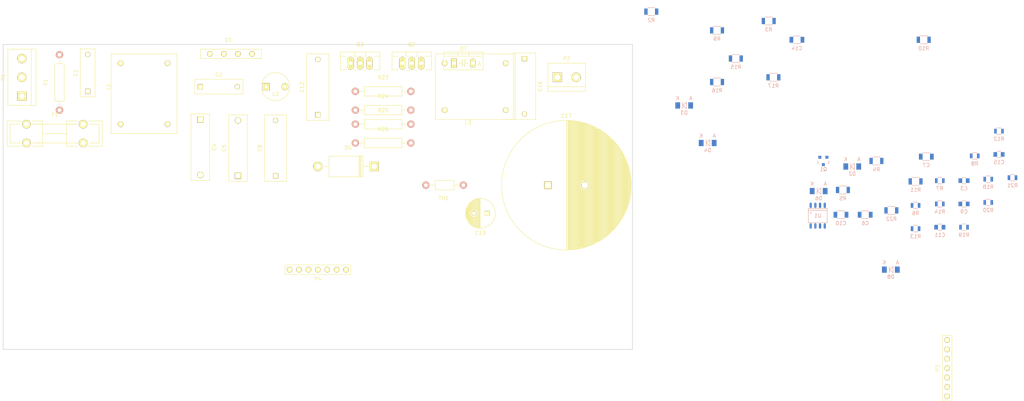
<source format=kicad_pcb>
(kicad_pcb (version 4) (host pcbnew 4.0.2+dfsg1-stable)

  (general
    (links 114)
    (no_connects 114)
    (area 51.994999 49.454999 222.325001 132.155001)
    (thickness 1.6)
    (drawings 5)
    (tracks 0)
    (zones 0)
    (modules 64)
    (nets 43)
  )

  (page A4)
  (layers
    (0 F.Cu signal)
    (31 B.Cu signal)
    (32 B.Adhes user)
    (33 F.Adhes user)
    (34 B.Paste user)
    (35 F.Paste user)
    (36 B.SilkS user)
    (37 F.SilkS user)
    (38 B.Mask user)
    (39 F.Mask user)
    (40 Dwgs.User user)
    (41 Cmts.User user)
    (42 Eco1.User user)
    (43 Eco2.User user)
    (44 Edge.Cuts user)
    (45 Margin user)
    (46 B.CrtYd user)
    (47 F.CrtYd user)
    (48 B.Fab user)
    (49 F.Fab user)
  )

  (setup
    (last_trace_width 0.25)
    (trace_clearance 0.2)
    (zone_clearance 0.508)
    (zone_45_only no)
    (trace_min 0.2)
    (segment_width 0.2)
    (edge_width 0.15)
    (via_size 0.6)
    (via_drill 0.4)
    (via_min_size 0.4)
    (via_min_drill 0.3)
    (uvia_size 0.3)
    (uvia_drill 0.1)
    (uvias_allowed no)
    (uvia_min_size 0.2)
    (uvia_min_drill 0.1)
    (pcb_text_width 0.3)
    (pcb_text_size 1.5 1.5)
    (mod_edge_width 0.15)
    (mod_text_size 1 1)
    (mod_text_width 0.15)
    (pad_size 1.524 1.524)
    (pad_drill 0.762)
    (pad_to_mask_clearance 0.2)
    (aux_axis_origin 0 0)
    (visible_elements FFFFFF7F)
    (pcbplotparams
      (layerselection 0x00030_80000001)
      (usegerberextensions false)
      (excludeedgelayer true)
      (linewidth 0.100000)
      (plotframeref false)
      (viasonmask false)
      (mode 1)
      (useauxorigin false)
      (hpglpennumber 1)
      (hpglpenspeed 20)
      (hpglpendiameter 15)
      (hpglpenoverlay 2)
      (psnegative false)
      (psa4output false)
      (plotreference true)
      (plotvalue true)
      (plotinvisibletext false)
      (padsonsilk false)
      (subtractmaskfromsilk false)
      (outputformat 1)
      (mirror false)
      (drillshape 1)
      (scaleselection 1)
      (outputdirectory ""))
  )

  (net 0 "")
  (net 1 "Net-(C1-Pad1)")
  (net 2 "Net-(C1-Pad2)")
  (net 3 "Net-(C2-Pad1)")
  (net 4 "Net-(C2-Pad2)")
  (net 5 "Net-(C3-Pad1)")
  (net 6 "Net-(C3-Pad2)")
  (net 7 Earth_Protective)
  (net 8 "Net-(C6-Pad2)")
  (net 9 "Net-(C7-Pad1)")
  (net 10 GNDPWR)
  (net 11 "Net-(C8-Pad1)")
  (net 12 "Net-(C11-Pad2)")
  (net 13 "Net-(C11-Pad1)")
  (net 14 "Net-(C12-Pad1)")
  (net 15 "Net-(C14-Pad1)")
  (net 16 "Net-(C14-Pad2)")
  (net 17 "Net-(C16-Pad1)")
  (net 18 "Net-(C17-Pad1)")
  (net 19 "Net-(D2-Pad2)")
  (net 20 "Net-(D6-Pad1)")
  (net 21 "Net-(D6-Pad2)")
  (net 22 "Net-(D7-Pad2)")
  (net 23 "Net-(D8-Pad1)")
  (net 24 "Net-(D8-Pad2)")
  (net 25 "Net-(F1-Pad1)")
  (net 26 "Net-(L3-Pad2)")
  (net 27 "Net-(Q1-Pad3)")
  (net 28 "Net-(R2-Pad1)")
  (net 29 "Net-(R4-Pad1)")
  (net 30 "Net-(R15-Pad2)")
  (net 31 GND)
  (net 32 "Net-(C10-Pad1)")
  (net 33 "Net-(C13-Pad1)")
  (net 34 "Net-(C15-Pad2)")
  (net 35 "Net-(P4-Pad3)")
  (net 36 "Net-(P4-Pad7)")
  (net 37 "Net-(P4-Pad4)")
  (net 38 "Net-(P4-Pad5)")
  (net 39 "Net-(P3-Pad5)")
  (net 40 "Net-(P4-Pad1)")
  (net 41 "Net-(P3-Pad1)")
  (net 42 "Net-(P3-Pad7)")

  (net_class Default "Это класс цепей по умолчанию."
    (clearance 0.2)
    (trace_width 0.25)
    (via_dia 0.6)
    (via_drill 0.4)
    (uvia_dia 0.3)
    (uvia_drill 0.1)
    (add_net Earth_Protective)
    (add_net GND)
    (add_net GNDPWR)
    (add_net "Net-(C1-Pad1)")
    (add_net "Net-(C1-Pad2)")
    (add_net "Net-(C10-Pad1)")
    (add_net "Net-(C11-Pad1)")
    (add_net "Net-(C11-Pad2)")
    (add_net "Net-(C12-Pad1)")
    (add_net "Net-(C13-Pad1)")
    (add_net "Net-(C14-Pad1)")
    (add_net "Net-(C14-Pad2)")
    (add_net "Net-(C15-Pad2)")
    (add_net "Net-(C16-Pad1)")
    (add_net "Net-(C17-Pad1)")
    (add_net "Net-(C2-Pad1)")
    (add_net "Net-(C2-Pad2)")
    (add_net "Net-(C3-Pad1)")
    (add_net "Net-(C3-Pad2)")
    (add_net "Net-(C6-Pad2)")
    (add_net "Net-(C7-Pad1)")
    (add_net "Net-(C8-Pad1)")
    (add_net "Net-(D2-Pad2)")
    (add_net "Net-(D6-Pad1)")
    (add_net "Net-(D6-Pad2)")
    (add_net "Net-(D7-Pad2)")
    (add_net "Net-(D8-Pad1)")
    (add_net "Net-(D8-Pad2)")
    (add_net "Net-(F1-Pad1)")
    (add_net "Net-(L3-Pad2)")
    (add_net "Net-(P3-Pad1)")
    (add_net "Net-(P3-Pad5)")
    (add_net "Net-(P3-Pad7)")
    (add_net "Net-(P4-Pad1)")
    (add_net "Net-(P4-Pad3)")
    (add_net "Net-(P4-Pad4)")
    (add_net "Net-(P4-Pad5)")
    (add_net "Net-(P4-Pad7)")
    (add_net "Net-(Q1-Pad3)")
    (add_net "Net-(R15-Pad2)")
    (add_net "Net-(R2-Pad1)")
    (add_net "Net-(R4-Pad1)")
  )

  (module pfc_custom_places:emp_filter locked (layer F.Cu) (tedit 57753153) (tstamp 57754914)
    (at 130.81 50.8 180)
    (path /578106F0)
    (fp_text reference L3 (at 0 0.5 180) (layer F.SilkS)
      (effects (font (size 1 1) (thickness 0.15)))
    )
    (fp_text value emp_filter (at 0 -0.5 180) (layer F.Fab)
      (effects (font (size 1 1) (thickness 0.15)))
    )
    (fp_line (start -12.7 1.27) (end 8.89 1.27) (layer F.SilkS) (width 0.15))
    (fp_line (start 8.89 1.27) (end 8.89 19.05) (layer F.SilkS) (width 0.15))
    (fp_line (start 8.89 19.05) (end -12.7 19.05) (layer F.SilkS) (width 0.15))
    (fp_line (start -12.7 19.05) (end -12.7 1.27) (layer F.SilkS) (width 0.15))
    (fp_line (start -12.7 1.27) (end -10.16 1.27) (layer F.SilkS) (width 0.15))
    (pad 1 thru_hole circle (at -10.16 3.81 180) (size 1.524 1.524) (drill 0.762) (layers *.Cu *.Mask F.SilkS)
      (net 14 "Net-(C12-Pad1)"))
    (pad 2 thru_hole circle (at 6.35 3.81 180) (size 1.524 1.524) (drill 0.762) (layers *.Cu *.Mask F.SilkS)
      (net 26 "Net-(L3-Pad2)"))
    (pad 3 thru_hole circle (at 6.35 16.51 180) (size 1.524 1.524) (drill 0.762) (layers *.Cu *.Mask F.SilkS)
      (net 22 "Net-(D7-Pad2)"))
    (pad 4 thru_hole circle (at -10.16 16.51 180) (size 1.524 1.524) (drill 0.762) (layers *.Cu *.Mask F.SilkS)
      (net 10 GNDPWR))
  )

  (module pfc_custom_places:ModuleX (layer F.Cu) (tedit 577FC8A1) (tstamp 577FCF2C)
    (at 88.9 90.17 90)
    (path /5780BF64)
    (fp_text reference P4 (at -2.54 1.27 180) (layer F.SilkS)
      (effects (font (size 1 1) (thickness 0.15)))
    )
    (fp_text value ModuleF (at 2.54 1.27 180) (layer F.Fab)
      (effects (font (size 1 1) (thickness 0.15)))
    )
    (fp_line (start -1.27 -7.62) (end 1.27 -7.62) (layer F.SilkS) (width 0.15))
    (fp_line (start 1.27 -7.62) (end 1.27 10.16) (layer F.SilkS) (width 0.15))
    (fp_line (start 1.27 10.16) (end -1.27 10.16) (layer F.SilkS) (width 0.15))
    (fp_line (start -1.27 10.16) (end -1.27 -7.62) (layer F.SilkS) (width 0.15))
    (pad 1 thru_hole circle (at 0 -6.35 90) (size 1.524 1.524) (drill 0.762) (layers *.Mask B.Cu F.SilkS)
      (net 40 "Net-(P4-Pad1)"))
    (pad 2 thru_hole circle (at 0 -3.81 90) (size 1.524 1.524) (drill 0.762) (layers *.Mask B.Cu F.SilkS)
      (net 33 "Net-(C13-Pad1)"))
    (pad 3 thru_hole circle (at 0 -1.27 90) (size 1.524 1.524) (drill 0.762) (layers *.Mask B.Cu F.SilkS)
      (net 35 "Net-(P4-Pad3)"))
    (pad 4 thru_hole circle (at 0 1.27 90) (size 1.524 1.524) (drill 0.762) (layers *.Mask B.Cu F.SilkS)
      (net 37 "Net-(P4-Pad4)"))
    (pad 5 thru_hole circle (at 0 3.81 90) (size 1.524 1.524) (drill 0.762) (layers *.Mask B.Cu F.SilkS)
      (net 38 "Net-(P4-Pad5)"))
    (pad 6 thru_hole circle (at 0 6.35 90) (size 1.524 1.524) (drill 0.762) (layers *.Mask B.Cu F.SilkS)
      (net 10 GNDPWR))
    (pad 7 thru_hole circle (at 0 8.89 90) (size 1.524 1.524) (drill 0.762) (layers *.Mask B.Cu F.SilkS)
      (net 36 "Net-(P4-Pad7)"))
  )

  (module pfc_custom_places:ModuleM (layer F.Cu) (tedit 577FCC8D) (tstamp 577FCF21)
    (at 260.35 115.57)
    (path /577FE86F)
    (fp_text reference P3 (at -2.54 1.27 90) (layer F.SilkS)
      (effects (font (size 1 1) (thickness 0.15)))
    )
    (fp_text value ModuleM (at 2.54 1.27 90) (layer F.Fab)
      (effects (font (size 1 1) (thickness 0.15)))
    )
    (fp_line (start -1.27 -7.62) (end 1.27 -7.62) (layer F.SilkS) (width 0.15))
    (fp_line (start 1.27 -7.62) (end 1.27 10.16) (layer F.SilkS) (width 0.15))
    (fp_line (start 1.27 10.16) (end -1.27 10.16) (layer F.SilkS) (width 0.15))
    (fp_line (start -1.27 10.16) (end -1.27 -7.62) (layer F.SilkS) (width 0.15))
    (pad 1 thru_hole circle (at 0 -6.35) (size 1.524 1.524) (drill 0.762) (layers *.Cu *.Mask F.SilkS)
      (net 41 "Net-(P3-Pad1)"))
    (pad 2 thru_hole circle (at 0 -3.81) (size 1.524 1.524) (drill 0.762) (layers *.Cu *.Mask F.SilkS)
      (net 32 "Net-(C10-Pad1)"))
    (pad 3 thru_hole circle (at 0 -1.27) (size 1.524 1.524) (drill 0.762) (layers *.Cu *.Mask F.SilkS)
      (net 21 "Net-(D6-Pad2)"))
    (pad 4 thru_hole circle (at 0 1.27) (size 1.524 1.524) (drill 0.762) (layers *.Cu *.Mask F.SilkS)
      (net 24 "Net-(D8-Pad2)"))
    (pad 5 thru_hole circle (at 0 3.81) (size 1.524 1.524) (drill 0.762) (layers *.Cu *.Mask F.SilkS)
      (net 39 "Net-(P3-Pad5)"))
    (pad 6 thru_hole circle (at 0 6.35) (size 1.524 1.524) (drill 0.762) (layers *.Cu *.Mask F.SilkS)
      (net 31 GND))
    (pad 7 thru_hole circle (at 0 8.89) (size 1.524 1.524) (drill 0.762) (layers *.Cu *.Mask F.SilkS)
      (net 42 "Net-(P3-Pad7)"))
  )

  (module Power_Integrations:SO-8 (layer B.Cu) (tedit 0) (tstamp 577549E4)
    (at 225.338096 75.555599)
    (descr "SO-8 Surface Mount Small Outline 150mil 8pin Package")
    (tags "Power Integrations D Package")
    (path /5774E503)
    (fp_text reference U1 (at 0 0) (layer B.SilkS)
      (effects (font (size 1 1) (thickness 0.15)) (justify mirror))
    )
    (fp_text value L6562A (at 0 0) (layer B.Fab)
      (effects (font (size 1 1) (thickness 0.15)) (justify mirror))
    )
    (fp_circle (center -1.905 -0.762) (end -1.778 -0.762) (layer B.SilkS) (width 0.15))
    (fp_line (start -2.54 -1.397) (end 2.54 -1.397) (layer B.SilkS) (width 0.15))
    (fp_line (start -2.54 1.905) (end 2.54 1.905) (layer B.SilkS) (width 0.15))
    (fp_line (start -2.54 -1.905) (end 2.54 -1.905) (layer B.SilkS) (width 0.15))
    (fp_line (start -2.54 -1.905) (end -2.54 1.905) (layer B.SilkS) (width 0.15))
    (fp_line (start 2.54 -1.905) (end 2.54 1.905) (layer B.SilkS) (width 0.15))
    (pad 1 smd oval (at -1.905 -2.794) (size 0.6096 1.4732) (layers B.Cu B.Paste B.Mask)
      (net 5 "Net-(C3-Pad1)"))
    (pad 2 smd oval (at -0.635 -2.794) (size 0.6096 1.4732) (layers B.Cu B.Paste B.Mask)
      (net 6 "Net-(C3-Pad2)"))
    (pad 3 smd oval (at 0.635 -2.794) (size 0.6096 1.4732) (layers B.Cu B.Paste B.Mask)
      (net 9 "Net-(C7-Pad1)"))
    (pad 4 smd oval (at 1.905 -2.794) (size 0.6096 1.4732) (layers B.Cu B.Paste B.Mask)
      (net 34 "Net-(C15-Pad2)"))
    (pad 5 smd oval (at 1.905 2.794) (size 0.6096 1.4732) (layers B.Cu B.Paste B.Mask)
      (net 12 "Net-(C11-Pad2)"))
    (pad 6 smd oval (at 0.635 2.794) (size 0.6096 1.4732) (layers B.Cu B.Paste B.Mask)
      (net 31 GND))
    (pad 7 smd oval (at -0.635 2.794) (size 0.6096 1.4732) (layers B.Cu B.Paste B.Mask)
      (net 19 "Net-(D2-Pad2)"))
    (pad 8 smd oval (at -1.905 2.794) (size 0.6096 1.4732) (layers B.Cu B.Paste B.Mask)
      (net 32 "Net-(C10-Pad1)"))
  )

  (module Resistors_ThroughHole:Resistor_Horizontal_RM10mm locked (layer F.Cu) (tedit 56648415) (tstamp 577549D8)
    (at 129.54 67.31 180)
    (descr "Resistor, Axial,  RM 10mm, 1/3W")
    (tags "Resistor Axial RM 10mm 1/3W")
    (path /5774F9A6)
    (fp_text reference TH1 (at 5.32892 -3.50012 180) (layer F.SilkS)
      (effects (font (size 1 1) (thickness 0.15)))
    )
    (fp_text value THERMISTOR (at 5.08 3.81 180) (layer F.Fab)
      (effects (font (size 1 1) (thickness 0.15)))
    )
    (fp_line (start -1.25 -1.5) (end 11.4 -1.5) (layer F.CrtYd) (width 0.05))
    (fp_line (start -1.25 1.5) (end -1.25 -1.5) (layer F.CrtYd) (width 0.05))
    (fp_line (start 11.4 -1.5) (end 11.4 1.5) (layer F.CrtYd) (width 0.05))
    (fp_line (start -1.25 1.5) (end 11.4 1.5) (layer F.CrtYd) (width 0.05))
    (fp_line (start 2.54 -1.27) (end 7.62 -1.27) (layer F.SilkS) (width 0.15))
    (fp_line (start 7.62 -1.27) (end 7.62 1.27) (layer F.SilkS) (width 0.15))
    (fp_line (start 7.62 1.27) (end 2.54 1.27) (layer F.SilkS) (width 0.15))
    (fp_line (start 2.54 1.27) (end 2.54 -1.27) (layer F.SilkS) (width 0.15))
    (fp_line (start 2.54 0) (end 1.27 0) (layer F.SilkS) (width 0.15))
    (fp_line (start 7.62 0) (end 8.89 0) (layer F.SilkS) (width 0.15))
    (pad 1 thru_hole circle (at 0 0 180) (size 1.99898 1.99898) (drill 1.00076) (layers *.Cu *.SilkS *.Mask)
      (net 18 "Net-(C17-Pad1)"))
    (pad 2 thru_hole circle (at 10.16 0 180) (size 1.99898 1.99898) (drill 1.00076) (layers *.Cu *.SilkS *.Mask)
      (net 17 "Net-(C16-Pad1)"))
    (model Resistors_ThroughHole.3dshapes/Resistor_Horizontal_RM10mm.wrl
      (at (xyz 0 0 0))
      (scale (xyz 0.4 0.4 0.4))
      (rotate (xyz 0 0 0))
    )
  )

  (module Resistors_ThroughHole:Resistor_Horizontal_RM15mm locked (layer F.Cu) (tedit 569FCEE8) (tstamp 577549D2)
    (at 100.33 55.88)
    (descr "Resistor, Axial, RM 15mm,")
    (tags "Resistor Axial RM 15mm")
    (path /5775216C)
    (fp_text reference R26 (at 7.5 -3.74904) (layer F.SilkS)
      (effects (font (size 1 1) (thickness 0.15)))
    )
    (fp_text value R (at 7.5 4.0005) (layer F.Fab)
      (effects (font (size 1 1) (thickness 0.15)))
    )
    (fp_line (start -1.25 1.5) (end -1.25 -1.5) (layer F.CrtYd) (width 0.05))
    (fp_line (start -1.25 -1.5) (end 16.25 -1.5) (layer F.CrtYd) (width 0.05))
    (fp_line (start 16.25 -1.5) (end 16.25 1.5) (layer F.CrtYd) (width 0.05))
    (fp_line (start 16.25 1.5) (end -1.25 1.5) (layer F.CrtYd) (width 0.05))
    (fp_line (start 2.42 -1.27) (end 2.42 1.27) (layer F.SilkS) (width 0.15))
    (fp_line (start 2.42 1.27) (end 12.58 1.27) (layer F.SilkS) (width 0.15))
    (fp_line (start 12.58 1.27) (end 12.58 -1.27) (layer F.SilkS) (width 0.15))
    (fp_line (start 12.58 -1.27) (end 2.42 -1.27) (layer F.SilkS) (width 0.15))
    (fp_line (start 13.73 0) (end 12.58 0) (layer F.SilkS) (width 0.15))
    (fp_line (start 1.27 0) (end 2.42 0) (layer F.SilkS) (width 0.15))
    (pad 1 thru_hole circle (at 0 0) (size 1.99898 1.99898) (drill 1.00076) (layers *.Cu *.SilkS *.Mask)
      (net 36 "Net-(P4-Pad7)"))
    (pad 2 thru_hole circle (at 15 0) (size 1.99898 1.99898) (drill 1.00076) (layers *.Cu *.SilkS *.Mask)
      (net 10 GNDPWR))
    (model Resistors_ThroughHole.3dshapes/Resistor_Horizontal_RM15mm.wrl
      (at (xyz 0 0 0))
      (scale (xyz 0.4 0.4 0.4))
      (rotate (xyz 0 0 0))
    )
  )

  (module Resistors_ThroughHole:Resistor_Horizontal_RM15mm locked (layer F.Cu) (tedit 569FCEE8) (tstamp 577549CC)
    (at 100.33 50.8)
    (descr "Resistor, Axial, RM 15mm,")
    (tags "Resistor Axial RM 15mm")
    (path /5775210D)
    (fp_text reference R25 (at 7.5 -3.74904) (layer F.SilkS)
      (effects (font (size 1 1) (thickness 0.15)))
    )
    (fp_text value R (at 7.5 4.0005) (layer F.Fab)
      (effects (font (size 1 1) (thickness 0.15)))
    )
    (fp_line (start -1.25 1.5) (end -1.25 -1.5) (layer F.CrtYd) (width 0.05))
    (fp_line (start -1.25 -1.5) (end 16.25 -1.5) (layer F.CrtYd) (width 0.05))
    (fp_line (start 16.25 -1.5) (end 16.25 1.5) (layer F.CrtYd) (width 0.05))
    (fp_line (start 16.25 1.5) (end -1.25 1.5) (layer F.CrtYd) (width 0.05))
    (fp_line (start 2.42 -1.27) (end 2.42 1.27) (layer F.SilkS) (width 0.15))
    (fp_line (start 2.42 1.27) (end 12.58 1.27) (layer F.SilkS) (width 0.15))
    (fp_line (start 12.58 1.27) (end 12.58 -1.27) (layer F.SilkS) (width 0.15))
    (fp_line (start 12.58 -1.27) (end 2.42 -1.27) (layer F.SilkS) (width 0.15))
    (fp_line (start 13.73 0) (end 12.58 0) (layer F.SilkS) (width 0.15))
    (fp_line (start 1.27 0) (end 2.42 0) (layer F.SilkS) (width 0.15))
    (pad 1 thru_hole circle (at 0 0) (size 1.99898 1.99898) (drill 1.00076) (layers *.Cu *.SilkS *.Mask)
      (net 36 "Net-(P4-Pad7)"))
    (pad 2 thru_hole circle (at 15 0) (size 1.99898 1.99898) (drill 1.00076) (layers *.Cu *.SilkS *.Mask)
      (net 10 GNDPWR))
    (model Resistors_ThroughHole.3dshapes/Resistor_Horizontal_RM15mm.wrl
      (at (xyz 0 0 0))
      (scale (xyz 0.4 0.4 0.4))
      (rotate (xyz 0 0 0))
    )
  )

  (module Resistors_ThroughHole:Resistor_Horizontal_RM15mm locked (layer F.Cu) (tedit 569FCEE8) (tstamp 577549C6)
    (at 100.33 46.99)
    (descr "Resistor, Axial, RM 15mm,")
    (tags "Resistor Axial RM 15mm")
    (path /577520AC)
    (fp_text reference R24 (at 7.5 -3.74904) (layer F.SilkS)
      (effects (font (size 1 1) (thickness 0.15)))
    )
    (fp_text value R (at 7.5 4.0005) (layer F.Fab)
      (effects (font (size 1 1) (thickness 0.15)))
    )
    (fp_line (start -1.25 1.5) (end -1.25 -1.5) (layer F.CrtYd) (width 0.05))
    (fp_line (start -1.25 -1.5) (end 16.25 -1.5) (layer F.CrtYd) (width 0.05))
    (fp_line (start 16.25 -1.5) (end 16.25 1.5) (layer F.CrtYd) (width 0.05))
    (fp_line (start 16.25 1.5) (end -1.25 1.5) (layer F.CrtYd) (width 0.05))
    (fp_line (start 2.42 -1.27) (end 2.42 1.27) (layer F.SilkS) (width 0.15))
    (fp_line (start 2.42 1.27) (end 12.58 1.27) (layer F.SilkS) (width 0.15))
    (fp_line (start 12.58 1.27) (end 12.58 -1.27) (layer F.SilkS) (width 0.15))
    (fp_line (start 12.58 -1.27) (end 2.42 -1.27) (layer F.SilkS) (width 0.15))
    (fp_line (start 13.73 0) (end 12.58 0) (layer F.SilkS) (width 0.15))
    (fp_line (start 1.27 0) (end 2.42 0) (layer F.SilkS) (width 0.15))
    (pad 1 thru_hole circle (at 0 0) (size 1.99898 1.99898) (drill 1.00076) (layers *.Cu *.SilkS *.Mask)
      (net 36 "Net-(P4-Pad7)"))
    (pad 2 thru_hole circle (at 15 0) (size 1.99898 1.99898) (drill 1.00076) (layers *.Cu *.SilkS *.Mask)
      (net 10 GNDPWR))
    (model Resistors_ThroughHole.3dshapes/Resistor_Horizontal_RM15mm.wrl
      (at (xyz 0 0 0))
      (scale (xyz 0.4 0.4 0.4))
      (rotate (xyz 0 0 0))
    )
  )

  (module Resistors_ThroughHole:Resistor_Horizontal_RM15mm locked (layer F.Cu) (tedit 569FCEE8) (tstamp 577549C0)
    (at 100.33 41.91)
    (descr "Resistor, Axial, RM 15mm,")
    (tags "Resistor Axial RM 15mm")
    (path /57752043)
    (fp_text reference R23 (at 7.5 -3.74904) (layer F.SilkS)
      (effects (font (size 1 1) (thickness 0.15)))
    )
    (fp_text value R (at 7.5 4.0005) (layer F.Fab)
      (effects (font (size 1 1) (thickness 0.15)))
    )
    (fp_line (start -1.25 1.5) (end -1.25 -1.5) (layer F.CrtYd) (width 0.05))
    (fp_line (start -1.25 -1.5) (end 16.25 -1.5) (layer F.CrtYd) (width 0.05))
    (fp_line (start 16.25 -1.5) (end 16.25 1.5) (layer F.CrtYd) (width 0.05))
    (fp_line (start 16.25 1.5) (end -1.25 1.5) (layer F.CrtYd) (width 0.05))
    (fp_line (start 2.42 -1.27) (end 2.42 1.27) (layer F.SilkS) (width 0.15))
    (fp_line (start 2.42 1.27) (end 12.58 1.27) (layer F.SilkS) (width 0.15))
    (fp_line (start 12.58 1.27) (end 12.58 -1.27) (layer F.SilkS) (width 0.15))
    (fp_line (start 12.58 -1.27) (end 2.42 -1.27) (layer F.SilkS) (width 0.15))
    (fp_line (start 13.73 0) (end 12.58 0) (layer F.SilkS) (width 0.15))
    (fp_line (start 1.27 0) (end 2.42 0) (layer F.SilkS) (width 0.15))
    (pad 1 thru_hole circle (at 0 0) (size 1.99898 1.99898) (drill 1.00076) (layers *.Cu *.SilkS *.Mask)
      (net 36 "Net-(P4-Pad7)"))
    (pad 2 thru_hole circle (at 15 0) (size 1.99898 1.99898) (drill 1.00076) (layers *.Cu *.SilkS *.Mask)
      (net 10 GNDPWR))
    (model Resistors_ThroughHole.3dshapes/Resistor_Horizontal_RM15mm.wrl
      (at (xyz 0 0 0))
      (scale (xyz 0.4 0.4 0.4))
      (rotate (xyz 0 0 0))
    )
  )

  (module Resistors_SMD:R_1206 (layer B.Cu) (tedit 5415CFA7) (tstamp 577549BA)
    (at 245.250001 74.139999)
    (descr "Resistor SMD 1206, reflow soldering, Vishay (see dcrcw.pdf)")
    (tags "resistor 1206")
    (path /57752794)
    (attr smd)
    (fp_text reference R22 (at 0 2.3) (layer B.SilkS)
      (effects (font (size 1 1) (thickness 0.15)) (justify mirror))
    )
    (fp_text value R_Small (at 0 -2.3) (layer B.Fab)
      (effects (font (size 1 1) (thickness 0.15)) (justify mirror))
    )
    (fp_line (start -2.2 1.2) (end 2.2 1.2) (layer B.CrtYd) (width 0.05))
    (fp_line (start -2.2 -1.2) (end 2.2 -1.2) (layer B.CrtYd) (width 0.05))
    (fp_line (start -2.2 1.2) (end -2.2 -1.2) (layer B.CrtYd) (width 0.05))
    (fp_line (start 2.2 1.2) (end 2.2 -1.2) (layer B.CrtYd) (width 0.05))
    (fp_line (start 1 -1.075) (end -1 -1.075) (layer B.SilkS) (width 0.15))
    (fp_line (start -1 1.075) (end 1 1.075) (layer B.SilkS) (width 0.15))
    (pad 1 smd rect (at -1.45 0) (size 0.9 1.7) (layers B.Cu B.Paste B.Mask)
      (net 34 "Net-(C15-Pad2)"))
    (pad 2 smd rect (at 1.45 0) (size 0.9 1.7) (layers B.Cu B.Paste B.Mask)
      (net 42 "Net-(P3-Pad7)"))
    (model Resistors_SMD.3dshapes/R_1206.wrl
      (at (xyz 0 0 0))
      (scale (xyz 1 1 1))
      (rotate (xyz 0 0 0))
    )
  )

  (module Resistors_SMD:R_0805 (layer B.Cu) (tedit 5415CDEB) (tstamp 577549B4)
    (at 278.000001 65.279999)
    (descr "Resistor SMD 0805, reflow soldering, Vishay (see dcrcw.pdf)")
    (tags "resistor 0805")
    (path /5775327B)
    (attr smd)
    (fp_text reference R21 (at 0 2.1) (layer B.SilkS)
      (effects (font (size 1 1) (thickness 0.15)) (justify mirror))
    )
    (fp_text value R_Small (at 0 -2.1) (layer B.Fab)
      (effects (font (size 1 1) (thickness 0.15)) (justify mirror))
    )
    (fp_line (start -1.6 1) (end 1.6 1) (layer B.CrtYd) (width 0.05))
    (fp_line (start -1.6 -1) (end 1.6 -1) (layer B.CrtYd) (width 0.05))
    (fp_line (start -1.6 1) (end -1.6 -1) (layer B.CrtYd) (width 0.05))
    (fp_line (start 1.6 1) (end 1.6 -1) (layer B.CrtYd) (width 0.05))
    (fp_line (start 0.6 -0.875) (end -0.6 -0.875) (layer B.SilkS) (width 0.15))
    (fp_line (start -0.6 0.875) (end 0.6 0.875) (layer B.SilkS) (width 0.15))
    (pad 1 smd rect (at -0.95 0) (size 0.7 1.3) (layers B.Cu B.Paste B.Mask)
      (net 24 "Net-(D8-Pad2)"))
    (pad 2 smd rect (at 0.95 0) (size 0.7 1.3) (layers B.Cu B.Paste B.Mask)
      (net 19 "Net-(D2-Pad2)"))
    (model Resistors_SMD.3dshapes/R_0805.wrl
      (at (xyz 0 0 0))
      (scale (xyz 1 1 1))
      (rotate (xyz 0 0 0))
    )
  )

  (module Resistors_SMD:R_0805 (layer B.Cu) (tedit 5415CDEB) (tstamp 577549AE)
    (at 271.450001 71.979999)
    (descr "Resistor SMD 0805, reflow soldering, Vishay (see dcrcw.pdf)")
    (tags "resistor 0805")
    (path /57753081)
    (attr smd)
    (fp_text reference R20 (at 0 2.1) (layer B.SilkS)
      (effects (font (size 1 1) (thickness 0.15)) (justify mirror))
    )
    (fp_text value R_Small (at 0 -2.1) (layer B.Fab)
      (effects (font (size 1 1) (thickness 0.15)) (justify mirror))
    )
    (fp_line (start -1.6 1) (end 1.6 1) (layer B.CrtYd) (width 0.05))
    (fp_line (start -1.6 -1) (end 1.6 -1) (layer B.CrtYd) (width 0.05))
    (fp_line (start -1.6 1) (end -1.6 -1) (layer B.CrtYd) (width 0.05))
    (fp_line (start 1.6 1) (end 1.6 -1) (layer B.CrtYd) (width 0.05))
    (fp_line (start 0.6 -0.875) (end -0.6 -0.875) (layer B.SilkS) (width 0.15))
    (fp_line (start -0.6 0.875) (end 0.6 0.875) (layer B.SilkS) (width 0.15))
    (pad 1 smd rect (at -0.95 0) (size 0.7 1.3) (layers B.Cu B.Paste B.Mask)
      (net 21 "Net-(D6-Pad2)"))
    (pad 2 smd rect (at 0.95 0) (size 0.7 1.3) (layers B.Cu B.Paste B.Mask)
      (net 19 "Net-(D2-Pad2)"))
    (model Resistors_SMD.3dshapes/R_0805.wrl
      (at (xyz 0 0 0))
      (scale (xyz 1 1 1))
      (rotate (xyz 0 0 0))
    )
  )

  (module Resistors_SMD:R_0805 (layer B.Cu) (tedit 5415CDEB) (tstamp 577549A8)
    (at 264.900001 78.679999)
    (descr "Resistor SMD 0805, reflow soldering, Vishay (see dcrcw.pdf)")
    (tags "resistor 0805")
    (path /577533F3)
    (attr smd)
    (fp_text reference R19 (at 0 2.1) (layer B.SilkS)
      (effects (font (size 1 1) (thickness 0.15)) (justify mirror))
    )
    (fp_text value R_Small (at 0 -2.1) (layer B.Fab)
      (effects (font (size 1 1) (thickness 0.15)) (justify mirror))
    )
    (fp_line (start -1.6 1) (end 1.6 1) (layer B.CrtYd) (width 0.05))
    (fp_line (start -1.6 -1) (end 1.6 -1) (layer B.CrtYd) (width 0.05))
    (fp_line (start -1.6 1) (end -1.6 -1) (layer B.CrtYd) (width 0.05))
    (fp_line (start 1.6 1) (end 1.6 -1) (layer B.CrtYd) (width 0.05))
    (fp_line (start 0.6 -0.875) (end -0.6 -0.875) (layer B.SilkS) (width 0.15))
    (fp_line (start -0.6 0.875) (end 0.6 0.875) (layer B.SilkS) (width 0.15))
    (pad 1 smd rect (at -0.95 0) (size 0.7 1.3) (layers B.Cu B.Paste B.Mask)
      (net 23 "Net-(D8-Pad1)"))
    (pad 2 smd rect (at 0.95 0) (size 0.7 1.3) (layers B.Cu B.Paste B.Mask)
      (net 19 "Net-(D2-Pad2)"))
    (model Resistors_SMD.3dshapes/R_0805.wrl
      (at (xyz 0 0 0))
      (scale (xyz 1 1 1))
      (rotate (xyz 0 0 0))
    )
  )

  (module Resistors_SMD:R_0805 (layer B.Cu) (tedit 5415CDEB) (tstamp 577549A2)
    (at 271.450001 65.679999)
    (descr "Resistor SMD 0805, reflow soldering, Vishay (see dcrcw.pdf)")
    (tags "resistor 0805")
    (path /57752E8B)
    (attr smd)
    (fp_text reference R18 (at 0 2.1) (layer B.SilkS)
      (effects (font (size 1 1) (thickness 0.15)) (justify mirror))
    )
    (fp_text value R_Small (at 0 -2.1) (layer B.Fab)
      (effects (font (size 1 1) (thickness 0.15)) (justify mirror))
    )
    (fp_line (start -1.6 1) (end 1.6 1) (layer B.CrtYd) (width 0.05))
    (fp_line (start -1.6 -1) (end 1.6 -1) (layer B.CrtYd) (width 0.05))
    (fp_line (start -1.6 1) (end -1.6 -1) (layer B.CrtYd) (width 0.05))
    (fp_line (start 1.6 1) (end 1.6 -1) (layer B.CrtYd) (width 0.05))
    (fp_line (start 0.6 -0.875) (end -0.6 -0.875) (layer B.SilkS) (width 0.15))
    (fp_line (start -0.6 0.875) (end 0.6 0.875) (layer B.SilkS) (width 0.15))
    (pad 1 smd rect (at -0.95 0) (size 0.7 1.3) (layers B.Cu B.Paste B.Mask)
      (net 20 "Net-(D6-Pad1)"))
    (pad 2 smd rect (at 0.95 0) (size 0.7 1.3) (layers B.Cu B.Paste B.Mask)
      (net 19 "Net-(D2-Pad2)"))
    (model Resistors_SMD.3dshapes/R_0805.wrl
      (at (xyz 0 0 0))
      (scale (xyz 1 1 1))
      (rotate (xyz 0 0 0))
    )
  )

  (module Resistors_SMD:R_1206 (layer B.Cu) (tedit 5415CFA7) (tstamp 5775499C)
    (at 213.36 38.1)
    (descr "Resistor SMD 1206, reflow soldering, Vishay (see dcrcw.pdf)")
    (tags "resistor 1206")
    (path /57750D6F)
    (attr smd)
    (fp_text reference R17 (at 0 2.3) (layer B.SilkS)
      (effects (font (size 1 1) (thickness 0.15)) (justify mirror))
    )
    (fp_text value R_Small (at 0 -2.3) (layer B.Fab)
      (effects (font (size 1 1) (thickness 0.15)) (justify mirror))
    )
    (fp_line (start -2.2 1.2) (end 2.2 1.2) (layer B.CrtYd) (width 0.05))
    (fp_line (start -2.2 -1.2) (end 2.2 -1.2) (layer B.CrtYd) (width 0.05))
    (fp_line (start -2.2 1.2) (end -2.2 -1.2) (layer B.CrtYd) (width 0.05))
    (fp_line (start 2.2 1.2) (end 2.2 -1.2) (layer B.CrtYd) (width 0.05))
    (fp_line (start 1 -1.075) (end -1 -1.075) (layer B.SilkS) (width 0.15))
    (fp_line (start -1 1.075) (end 1 1.075) (layer B.SilkS) (width 0.15))
    (pad 1 smd rect (at -1.45 0) (size 0.9 1.7) (layers B.Cu B.Paste B.Mask)
      (net 26 "Net-(L3-Pad2)"))
    (pad 2 smd rect (at 1.45 0) (size 0.9 1.7) (layers B.Cu B.Paste B.Mask)
      (net 15 "Net-(C14-Pad1)"))
    (model Resistors_SMD.3dshapes/R_1206.wrl
      (at (xyz 0 0 0))
      (scale (xyz 1 1 1))
      (rotate (xyz 0 0 0))
    )
  )

  (module Resistors_SMD:R_1206 (layer B.Cu) (tedit 5415CFA7) (tstamp 57754996)
    (at 198.12 39.37)
    (descr "Resistor SMD 1206, reflow soldering, Vishay (see dcrcw.pdf)")
    (tags "resistor 1206")
    (path /577515B9)
    (attr smd)
    (fp_text reference R16 (at 0 2.3) (layer B.SilkS)
      (effects (font (size 1 1) (thickness 0.15)) (justify mirror))
    )
    (fp_text value R_Small (at 0 -2.3) (layer B.Fab)
      (effects (font (size 1 1) (thickness 0.15)) (justify mirror))
    )
    (fp_line (start -2.2 1.2) (end 2.2 1.2) (layer B.CrtYd) (width 0.05))
    (fp_line (start -2.2 -1.2) (end 2.2 -1.2) (layer B.CrtYd) (width 0.05))
    (fp_line (start -2.2 1.2) (end -2.2 -1.2) (layer B.CrtYd) (width 0.05))
    (fp_line (start 2.2 1.2) (end 2.2 -1.2) (layer B.CrtYd) (width 0.05))
    (fp_line (start 1 -1.075) (end -1 -1.075) (layer B.SilkS) (width 0.15))
    (fp_line (start -1 1.075) (end 1 1.075) (layer B.SilkS) (width 0.15))
    (pad 1 smd rect (at -1.45 0) (size 0.9 1.7) (layers B.Cu B.Paste B.Mask)
      (net 30 "Net-(R15-Pad2)"))
    (pad 2 smd rect (at 1.45 0) (size 0.9 1.7) (layers B.Cu B.Paste B.Mask)
      (net 33 "Net-(C13-Pad1)"))
    (model Resistors_SMD.3dshapes/R_1206.wrl
      (at (xyz 0 0 0))
      (scale (xyz 1 1 1))
      (rotate (xyz 0 0 0))
    )
  )

  (module Resistors_SMD:R_1206 (layer B.Cu) (tedit 5415CFA7) (tstamp 57754990)
    (at 203.2 33.02)
    (descr "Resistor SMD 1206, reflow soldering, Vishay (see dcrcw.pdf)")
    (tags "resistor 1206")
    (path /57751516)
    (attr smd)
    (fp_text reference R15 (at 0 2.3) (layer B.SilkS)
      (effects (font (size 1 1) (thickness 0.15)) (justify mirror))
    )
    (fp_text value R_Small (at 0 -2.3) (layer B.Fab)
      (effects (font (size 1 1) (thickness 0.15)) (justify mirror))
    )
    (fp_line (start -2.2 1.2) (end 2.2 1.2) (layer B.CrtYd) (width 0.05))
    (fp_line (start -2.2 -1.2) (end 2.2 -1.2) (layer B.CrtYd) (width 0.05))
    (fp_line (start -2.2 1.2) (end -2.2 -1.2) (layer B.CrtYd) (width 0.05))
    (fp_line (start 2.2 1.2) (end 2.2 -1.2) (layer B.CrtYd) (width 0.05))
    (fp_line (start 1 -1.075) (end -1 -1.075) (layer B.SilkS) (width 0.15))
    (fp_line (start -1 1.075) (end 1 1.075) (layer B.SilkS) (width 0.15))
    (pad 1 smd rect (at -1.45 0) (size 0.9 1.7) (layers B.Cu B.Paste B.Mask)
      (net 14 "Net-(C12-Pad1)"))
    (pad 2 smd rect (at 1.45 0) (size 0.9 1.7) (layers B.Cu B.Paste B.Mask)
      (net 30 "Net-(R15-Pad2)"))
    (model Resistors_SMD.3dshapes/R_1206.wrl
      (at (xyz 0 0 0))
      (scale (xyz 1 1 1))
      (rotate (xyz 0 0 0))
    )
  )

  (module Resistors_SMD:R_0805 (layer B.Cu) (tedit 5415CDEB) (tstamp 5775498A)
    (at 258.350001 72.379999)
    (descr "Resistor SMD 0805, reflow soldering, Vishay (see dcrcw.pdf)")
    (tags "resistor 0805")
    (path /57754625)
    (attr smd)
    (fp_text reference R14 (at 0 2.1) (layer B.SilkS)
      (effects (font (size 1 1) (thickness 0.15)) (justify mirror))
    )
    (fp_text value R_Small (at 0 -2.1) (layer B.Fab)
      (effects (font (size 1 1) (thickness 0.15)) (justify mirror))
    )
    (fp_line (start -1.6 1) (end 1.6 1) (layer B.CrtYd) (width 0.05))
    (fp_line (start -1.6 -1) (end 1.6 -1) (layer B.CrtYd) (width 0.05))
    (fp_line (start -1.6 1) (end -1.6 -1) (layer B.CrtYd) (width 0.05))
    (fp_line (start 1.6 1) (end 1.6 -1) (layer B.CrtYd) (width 0.05))
    (fp_line (start 0.6 -0.875) (end -0.6 -0.875) (layer B.SilkS) (width 0.15))
    (fp_line (start -0.6 0.875) (end 0.6 0.875) (layer B.SilkS) (width 0.15))
    (pad 1 smd rect (at -0.95 0) (size 0.7 1.3) (layers B.Cu B.Paste B.Mask)
      (net 13 "Net-(C11-Pad1)"))
    (pad 2 smd rect (at 0.95 0) (size 0.7 1.3) (layers B.Cu B.Paste B.Mask)
      (net 12 "Net-(C11-Pad2)"))
    (model Resistors_SMD.3dshapes/R_0805.wrl
      (at (xyz 0 0 0))
      (scale (xyz 1 1 1))
      (rotate (xyz 0 0 0))
    )
  )

  (module Resistors_SMD:R_0805 (layer B.Cu) (tedit 5415CDEB) (tstamp 57754984)
    (at 251.800001 79.079999)
    (descr "Resistor SMD 0805, reflow soldering, Vishay (see dcrcw.pdf)")
    (tags "resistor 0805")
    (path /577545AC)
    (attr smd)
    (fp_text reference R13 (at 0 2.1) (layer B.SilkS)
      (effects (font (size 1 1) (thickness 0.15)) (justify mirror))
    )
    (fp_text value R_Small (at 0 -2.1) (layer B.Fab)
      (effects (font (size 1 1) (thickness 0.15)) (justify mirror))
    )
    (fp_line (start -1.6 1) (end 1.6 1) (layer B.CrtYd) (width 0.05))
    (fp_line (start -1.6 -1) (end 1.6 -1) (layer B.CrtYd) (width 0.05))
    (fp_line (start -1.6 1) (end -1.6 -1) (layer B.CrtYd) (width 0.05))
    (fp_line (start 1.6 1) (end 1.6 -1) (layer B.CrtYd) (width 0.05))
    (fp_line (start 0.6 -0.875) (end -0.6 -0.875) (layer B.SilkS) (width 0.15))
    (fp_line (start -0.6 0.875) (end 0.6 0.875) (layer B.SilkS) (width 0.15))
    (pad 1 smd rect (at -0.95 0) (size 0.7 1.3) (layers B.Cu B.Paste B.Mask)
      (net 12 "Net-(C11-Pad2)"))
    (pad 2 smd rect (at 0.95 0) (size 0.7 1.3) (layers B.Cu B.Paste B.Mask)
      (net 31 GND))
    (model Resistors_SMD.3dshapes/R_0805.wrl
      (at (xyz 0 0 0))
      (scale (xyz 1 1 1))
      (rotate (xyz 0 0 0))
    )
  )

  (module Resistors_SMD:R_0805 (layer B.Cu) (tedit 5415CDEB) (tstamp 5775497E)
    (at 274.350001 52.679999)
    (descr "Resistor SMD 0805, reflow soldering, Vishay (see dcrcw.pdf)")
    (tags "resistor 0805")
    (path /57756EBA)
    (attr smd)
    (fp_text reference R12 (at 0 2.1) (layer B.SilkS)
      (effects (font (size 1 1) (thickness 0.15)) (justify mirror))
    )
    (fp_text value R_Small (at 0 -2.1) (layer B.Fab)
      (effects (font (size 1 1) (thickness 0.15)) (justify mirror))
    )
    (fp_line (start -1.6 1) (end 1.6 1) (layer B.CrtYd) (width 0.05))
    (fp_line (start -1.6 -1) (end 1.6 -1) (layer B.CrtYd) (width 0.05))
    (fp_line (start -1.6 1) (end -1.6 -1) (layer B.CrtYd) (width 0.05))
    (fp_line (start 1.6 1) (end 1.6 -1) (layer B.CrtYd) (width 0.05))
    (fp_line (start 0.6 -0.875) (end -0.6 -0.875) (layer B.SilkS) (width 0.15))
    (fp_line (start -0.6 0.875) (end 0.6 0.875) (layer B.SilkS) (width 0.15))
    (pad 1 smd rect (at -0.95 0) (size 0.7 1.3) (layers B.Cu B.Paste B.Mask)
      (net 12 "Net-(C11-Pad2)"))
    (pad 2 smd rect (at 0.95 0) (size 0.7 1.3) (layers B.Cu B.Paste B.Mask)
      (net 27 "Net-(Q1-Pad3)"))
    (model Resistors_SMD.3dshapes/R_0805.wrl
      (at (xyz 0 0 0))
      (scale (xyz 1 1 1))
      (rotate (xyz 0 0 0))
    )
  )

  (module Resistors_SMD:R_1206 (layer B.Cu) (tedit 5415CFA7) (tstamp 57754978)
    (at 251.800001 66.279999)
    (descr "Resistor SMD 1206, reflow soldering, Vishay (see dcrcw.pdf)")
    (tags "resistor 1206")
    (path /57758CF1)
    (attr smd)
    (fp_text reference R11 (at 0 2.3) (layer B.SilkS)
      (effects (font (size 1 1) (thickness 0.15)) (justify mirror))
    )
    (fp_text value R_Small (at 0 -2.3) (layer B.Fab)
      (effects (font (size 1 1) (thickness 0.15)) (justify mirror))
    )
    (fp_line (start -2.2 1.2) (end 2.2 1.2) (layer B.CrtYd) (width 0.05))
    (fp_line (start -2.2 -1.2) (end 2.2 -1.2) (layer B.CrtYd) (width 0.05))
    (fp_line (start -2.2 1.2) (end -2.2 -1.2) (layer B.CrtYd) (width 0.05))
    (fp_line (start 2.2 1.2) (end 2.2 -1.2) (layer B.CrtYd) (width 0.05))
    (fp_line (start 1 -1.075) (end -1 -1.075) (layer B.SilkS) (width 0.15))
    (fp_line (start -1 1.075) (end 1 1.075) (layer B.SilkS) (width 0.15))
    (pad 1 smd rect (at -1.45 0) (size 0.9 1.7) (layers B.Cu B.Paste B.Mask)
      (net 9 "Net-(C7-Pad1)"))
    (pad 2 smd rect (at 1.45 0) (size 0.9 1.7) (layers B.Cu B.Paste B.Mask)
      (net 31 GND))
    (model Resistors_SMD.3dshapes/R_1206.wrl
      (at (xyz 0 0 0))
      (scale (xyz 1 1 1))
      (rotate (xyz 0 0 0))
    )
  )

  (module Resistors_SMD:R_1206 (layer B.Cu) (tedit 5415CFA7) (tstamp 57754972)
    (at 254 27.94)
    (descr "Resistor SMD 1206, reflow soldering, Vishay (see dcrcw.pdf)")
    (tags "resistor 1206")
    (path /57758C6A)
    (attr smd)
    (fp_text reference R10 (at 0 2.3) (layer B.SilkS)
      (effects (font (size 1 1) (thickness 0.15)) (justify mirror))
    )
    (fp_text value R_Small (at 0 -2.3) (layer B.Fab)
      (effects (font (size 1 1) (thickness 0.15)) (justify mirror))
    )
    (fp_line (start -2.2 1.2) (end 2.2 1.2) (layer B.CrtYd) (width 0.05))
    (fp_line (start -2.2 -1.2) (end 2.2 -1.2) (layer B.CrtYd) (width 0.05))
    (fp_line (start -2.2 1.2) (end -2.2 -1.2) (layer B.CrtYd) (width 0.05))
    (fp_line (start 2.2 1.2) (end 2.2 -1.2) (layer B.CrtYd) (width 0.05))
    (fp_line (start 1 -1.075) (end -1 -1.075) (layer B.SilkS) (width 0.15))
    (fp_line (start -1 1.075) (end 1 1.075) (layer B.SilkS) (width 0.15))
    (pad 1 smd rect (at -1.45 0) (size 0.9 1.7) (layers B.Cu B.Paste B.Mask)
      (net 41 "Net-(P3-Pad1)"))
    (pad 2 smd rect (at 1.45 0) (size 0.9 1.7) (layers B.Cu B.Paste B.Mask)
      (net 9 "Net-(C7-Pad1)"))
    (model Resistors_SMD.3dshapes/R_1206.wrl
      (at (xyz 0 0 0))
      (scale (xyz 1 1 1))
      (rotate (xyz 0 0 0))
    )
  )

  (module Resistors_SMD:R_1206 (layer B.Cu) (tedit 5415CFA7) (tstamp 5775496C)
    (at 198.12 25.4)
    (descr "Resistor SMD 1206, reflow soldering, Vishay (see dcrcw.pdf)")
    (tags "resistor 1206")
    (path /57758BB7)
    (attr smd)
    (fp_text reference R9 (at 0 2.3) (layer B.SilkS)
      (effects (font (size 1 1) (thickness 0.15)) (justify mirror))
    )
    (fp_text value R_Small (at 0 -2.3) (layer B.Fab)
      (effects (font (size 1 1) (thickness 0.15)) (justify mirror))
    )
    (fp_line (start -2.2 1.2) (end 2.2 1.2) (layer B.CrtYd) (width 0.05))
    (fp_line (start -2.2 -1.2) (end 2.2 -1.2) (layer B.CrtYd) (width 0.05))
    (fp_line (start -2.2 1.2) (end -2.2 -1.2) (layer B.CrtYd) (width 0.05))
    (fp_line (start 2.2 1.2) (end 2.2 -1.2) (layer B.CrtYd) (width 0.05))
    (fp_line (start 1 -1.075) (end -1 -1.075) (layer B.SilkS) (width 0.15))
    (fp_line (start -1 1.075) (end 1 1.075) (layer B.SilkS) (width 0.15))
    (pad 1 smd rect (at -1.45 0) (size 0.9 1.7) (layers B.Cu B.Paste B.Mask)
      (net 40 "Net-(P4-Pad1)"))
    (pad 2 smd rect (at 1.45 0) (size 0.9 1.7) (layers B.Cu B.Paste B.Mask)
      (net 14 "Net-(C12-Pad1)"))
    (model Resistors_SMD.3dshapes/R_1206.wrl
      (at (xyz 0 0 0))
      (scale (xyz 1 1 1))
      (rotate (xyz 0 0 0))
    )
  )

  (module Resistors_SMD:R_0805 (layer B.Cu) (tedit 5415CDEB) (tstamp 57754966)
    (at 267.800001 59.379999)
    (descr "Resistor SMD 0805, reflow soldering, Vishay (see dcrcw.pdf)")
    (tags "resistor 0805")
    (path /5775BF9D)
    (attr smd)
    (fp_text reference R8 (at 0 2.1) (layer B.SilkS)
      (effects (font (size 1 1) (thickness 0.15)) (justify mirror))
    )
    (fp_text value R_Small (at 0 -2.1) (layer B.Fab)
      (effects (font (size 1 1) (thickness 0.15)) (justify mirror))
    )
    (fp_line (start -1.6 1) (end 1.6 1) (layer B.CrtYd) (width 0.05))
    (fp_line (start -1.6 -1) (end 1.6 -1) (layer B.CrtYd) (width 0.05))
    (fp_line (start -1.6 1) (end -1.6 -1) (layer B.CrtYd) (width 0.05))
    (fp_line (start 1.6 1) (end 1.6 -1) (layer B.CrtYd) (width 0.05))
    (fp_line (start 0.6 -0.875) (end -0.6 -0.875) (layer B.SilkS) (width 0.15))
    (fp_line (start -0.6 0.875) (end 0.6 0.875) (layer B.SilkS) (width 0.15))
    (pad 1 smd rect (at -0.95 0) (size 0.7 1.3) (layers B.Cu B.Paste B.Mask)
      (net 5 "Net-(C3-Pad1)"))
    (pad 2 smd rect (at 0.95 0) (size 0.7 1.3) (layers B.Cu B.Paste B.Mask)
      (net 31 GND))
    (model Resistors_SMD.3dshapes/R_0805.wrl
      (at (xyz 0 0 0))
      (scale (xyz 1 1 1))
      (rotate (xyz 0 0 0))
    )
  )

  (module Resistors_SMD:R_0805 (layer B.Cu) (tedit 5415CDEB) (tstamp 57754960)
    (at 258.350001 66.079999)
    (descr "Resistor SMD 0805, reflow soldering, Vishay (see dcrcw.pdf)")
    (tags "resistor 0805")
    (path /5775BEA4)
    (attr smd)
    (fp_text reference R7 (at 0 2.1) (layer B.SilkS)
      (effects (font (size 1 1) (thickness 0.15)) (justify mirror))
    )
    (fp_text value R_Small (at 0 -2.1) (layer B.Fab)
      (effects (font (size 1 1) (thickness 0.15)) (justify mirror))
    )
    (fp_line (start -1.6 1) (end 1.6 1) (layer B.CrtYd) (width 0.05))
    (fp_line (start -1.6 -1) (end 1.6 -1) (layer B.CrtYd) (width 0.05))
    (fp_line (start -1.6 1) (end -1.6 -1) (layer B.CrtYd) (width 0.05))
    (fp_line (start 1.6 1) (end 1.6 -1) (layer B.CrtYd) (width 0.05))
    (fp_line (start 0.6 -0.875) (end -0.6 -0.875) (layer B.SilkS) (width 0.15))
    (fp_line (start -0.6 0.875) (end 0.6 0.875) (layer B.SilkS) (width 0.15))
    (pad 1 smd rect (at -0.95 0) (size 0.7 1.3) (layers B.Cu B.Paste B.Mask)
      (net 5 "Net-(C3-Pad1)"))
    (pad 2 smd rect (at 0.95 0) (size 0.7 1.3) (layers B.Cu B.Paste B.Mask)
      (net 31 GND))
    (model Resistors_SMD.3dshapes/R_0805.wrl
      (at (xyz 0 0 0))
      (scale (xyz 1 1 1))
      (rotate (xyz 0 0 0))
    )
  )

  (module Resistors_SMD:R_0805 (layer B.Cu) (tedit 5415CDEB) (tstamp 5775495A)
    (at 251.800001 72.779999)
    (descr "Resistor SMD 0805, reflow soldering, Vishay (see dcrcw.pdf)")
    (tags "resistor 0805")
    (path /5775C034)
    (attr smd)
    (fp_text reference R6 (at 0 2.1) (layer B.SilkS)
      (effects (font (size 1 1) (thickness 0.15)) (justify mirror))
    )
    (fp_text value R_Small (at 0 -2.1) (layer B.Fab)
      (effects (font (size 1 1) (thickness 0.15)) (justify mirror))
    )
    (fp_line (start -1.6 1) (end 1.6 1) (layer B.CrtYd) (width 0.05))
    (fp_line (start -1.6 -1) (end 1.6 -1) (layer B.CrtYd) (width 0.05))
    (fp_line (start -1.6 1) (end -1.6 -1) (layer B.CrtYd) (width 0.05))
    (fp_line (start 1.6 1) (end 1.6 -1) (layer B.CrtYd) (width 0.05))
    (fp_line (start 0.6 -0.875) (end -0.6 -0.875) (layer B.SilkS) (width 0.15))
    (fp_line (start -0.6 0.875) (end 0.6 0.875) (layer B.SilkS) (width 0.15))
    (pad 1 smd rect (at -0.95 0) (size 0.7 1.3) (layers B.Cu B.Paste B.Mask)
      (net 8 "Net-(C6-Pad2)"))
    (pad 2 smd rect (at 0.95 0) (size 0.7 1.3) (layers B.Cu B.Paste B.Mask)
      (net 6 "Net-(C3-Pad2)"))
    (model Resistors_SMD.3dshapes/R_0805.wrl
      (at (xyz 0 0 0))
      (scale (xyz 1 1 1))
      (rotate (xyz 0 0 0))
    )
  )

  (module Resistors_SMD:R_1206 (layer B.Cu) (tedit 5415CFA7) (tstamp 57754954)
    (at 232.150001 68.599999)
    (descr "Resistor SMD 1206, reflow soldering, Vishay (see dcrcw.pdf)")
    (tags "resistor 1206")
    (path /5775D7A1)
    (attr smd)
    (fp_text reference R5 (at 0 2.3) (layer B.SilkS)
      (effects (font (size 1 1) (thickness 0.15)) (justify mirror))
    )
    (fp_text value R_Small (at 0 -2.3) (layer B.Fab)
      (effects (font (size 1 1) (thickness 0.15)) (justify mirror))
    )
    (fp_line (start -2.2 1.2) (end 2.2 1.2) (layer B.CrtYd) (width 0.05))
    (fp_line (start -2.2 -1.2) (end 2.2 -1.2) (layer B.CrtYd) (width 0.05))
    (fp_line (start -2.2 1.2) (end -2.2 -1.2) (layer B.CrtYd) (width 0.05))
    (fp_line (start 2.2 1.2) (end 2.2 -1.2) (layer B.CrtYd) (width 0.05))
    (fp_line (start 1 -1.075) (end -1 -1.075) (layer B.SilkS) (width 0.15))
    (fp_line (start -1 1.075) (end 1 1.075) (layer B.SilkS) (width 0.15))
    (pad 1 smd rect (at -1.45 0) (size 0.9 1.7) (layers B.Cu B.Paste B.Mask)
      (net 5 "Net-(C3-Pad1)"))
    (pad 2 smd rect (at 1.45 0) (size 0.9 1.7) (layers B.Cu B.Paste B.Mask)
      (net 29 "Net-(R4-Pad1)"))
    (model Resistors_SMD.3dshapes/R_1206.wrl
      (at (xyz 0 0 0))
      (scale (xyz 1 1 1))
      (rotate (xyz 0 0 0))
    )
  )

  (module Resistors_SMD:R_1206 (layer B.Cu) (tedit 5415CFA7) (tstamp 5775494E)
    (at 241.220001 60.739999)
    (descr "Resistor SMD 1206, reflow soldering, Vishay (see dcrcw.pdf)")
    (tags "resistor 1206")
    (path /5775D864)
    (attr smd)
    (fp_text reference R4 (at 0 2.3) (layer B.SilkS)
      (effects (font (size 1 1) (thickness 0.15)) (justify mirror))
    )
    (fp_text value R_Small (at 0 -2.3) (layer B.Fab)
      (effects (font (size 1 1) (thickness 0.15)) (justify mirror))
    )
    (fp_line (start -2.2 1.2) (end 2.2 1.2) (layer B.CrtYd) (width 0.05))
    (fp_line (start -2.2 -1.2) (end 2.2 -1.2) (layer B.CrtYd) (width 0.05))
    (fp_line (start -2.2 1.2) (end -2.2 -1.2) (layer B.CrtYd) (width 0.05))
    (fp_line (start 2.2 1.2) (end 2.2 -1.2) (layer B.CrtYd) (width 0.05))
    (fp_line (start 1 -1.075) (end -1 -1.075) (layer B.SilkS) (width 0.15))
    (fp_line (start -1 1.075) (end 1 1.075) (layer B.SilkS) (width 0.15))
    (pad 1 smd rect (at -1.45 0) (size 0.9 1.7) (layers B.Cu B.Paste B.Mask)
      (net 29 "Net-(R4-Pad1)"))
    (pad 2 smd rect (at 1.45 0) (size 0.9 1.7) (layers B.Cu B.Paste B.Mask)
      (net 39 "Net-(P3-Pad5)"))
    (model Resistors_SMD.3dshapes/R_1206.wrl
      (at (xyz 0 0 0))
      (scale (xyz 1 1 1))
      (rotate (xyz 0 0 0))
    )
  )

  (module Resistors_SMD:R_1206 (layer B.Cu) (tedit 5415CFA7) (tstamp 57754948)
    (at 212.09 22.86)
    (descr "Resistor SMD 1206, reflow soldering, Vishay (see dcrcw.pdf)")
    (tags "resistor 1206")
    (path /5775D957)
    (attr smd)
    (fp_text reference R3 (at 0 2.3) (layer B.SilkS)
      (effects (font (size 1 1) (thickness 0.15)) (justify mirror))
    )
    (fp_text value R_Small (at 0 -2.3) (layer B.Fab)
      (effects (font (size 1 1) (thickness 0.15)) (justify mirror))
    )
    (fp_line (start -2.2 1.2) (end 2.2 1.2) (layer B.CrtYd) (width 0.05))
    (fp_line (start -2.2 -1.2) (end 2.2 -1.2) (layer B.CrtYd) (width 0.05))
    (fp_line (start -2.2 1.2) (end -2.2 -1.2) (layer B.CrtYd) (width 0.05))
    (fp_line (start 2.2 1.2) (end 2.2 -1.2) (layer B.CrtYd) (width 0.05))
    (fp_line (start 1 -1.075) (end -1 -1.075) (layer B.SilkS) (width 0.15))
    (fp_line (start -1 1.075) (end 1 1.075) (layer B.SilkS) (width 0.15))
    (pad 1 smd rect (at -1.45 0) (size 0.9 1.7) (layers B.Cu B.Paste B.Mask)
      (net 28 "Net-(R2-Pad1)"))
    (pad 2 smd rect (at 1.45 0) (size 0.9 1.7) (layers B.Cu B.Paste B.Mask)
      (net 18 "Net-(C17-Pad1)"))
    (model Resistors_SMD.3dshapes/R_1206.wrl
      (at (xyz 0 0 0))
      (scale (xyz 1 1 1))
      (rotate (xyz 0 0 0))
    )
  )

  (module Resistors_SMD:R_1206 (layer B.Cu) (tedit 5415CFA7) (tstamp 57754942)
    (at 180.34 20.32)
    (descr "Resistor SMD 1206, reflow soldering, Vishay (see dcrcw.pdf)")
    (tags "resistor 1206")
    (path /5775DA04)
    (attr smd)
    (fp_text reference R2 (at 0 2.3) (layer B.SilkS)
      (effects (font (size 1 1) (thickness 0.15)) (justify mirror))
    )
    (fp_text value R_Small (at 0 -2.3) (layer B.Fab)
      (effects (font (size 1 1) (thickness 0.15)) (justify mirror))
    )
    (fp_line (start -2.2 1.2) (end 2.2 1.2) (layer B.CrtYd) (width 0.05))
    (fp_line (start -2.2 -1.2) (end 2.2 -1.2) (layer B.CrtYd) (width 0.05))
    (fp_line (start -2.2 1.2) (end -2.2 -1.2) (layer B.CrtYd) (width 0.05))
    (fp_line (start 2.2 1.2) (end 2.2 -1.2) (layer B.CrtYd) (width 0.05))
    (fp_line (start 1 -1.075) (end -1 -1.075) (layer B.SilkS) (width 0.15))
    (fp_line (start -1 1.075) (end 1 1.075) (layer B.SilkS) (width 0.15))
    (pad 1 smd rect (at -1.45 0) (size 0.9 1.7) (layers B.Cu B.Paste B.Mask)
      (net 28 "Net-(R2-Pad1)"))
    (pad 2 smd rect (at 1.45 0) (size 0.9 1.7) (layers B.Cu B.Paste B.Mask)
      (net 38 "Net-(P4-Pad5)"))
    (model Resistors_SMD.3dshapes/R_1206.wrl
      (at (xyz 0 0 0))
      (scale (xyz 1 1 1))
      (rotate (xyz 0 0 0))
    )
  )

  (module Resistors_ThroughHole:Resistor_Horizontal_RM15mm locked (layer F.Cu) (tedit 569FCEE8) (tstamp 5775493C)
    (at 20.32 46.99 90)
    (descr "Resistor, Axial, RM 15mm,")
    (tags "Resistor Axial RM 15mm")
    (path /5774E6A8)
    (fp_text reference R1 (at 7.5 -3.74904 90) (layer F.SilkS)
      (effects (font (size 1 1) (thickness 0.15)))
    )
    (fp_text value R (at 7.5 4.0005 90) (layer F.Fab)
      (effects (font (size 1 1) (thickness 0.15)))
    )
    (fp_line (start -1.25 1.5) (end -1.25 -1.5) (layer F.CrtYd) (width 0.05))
    (fp_line (start -1.25 -1.5) (end 16.25 -1.5) (layer F.CrtYd) (width 0.05))
    (fp_line (start 16.25 -1.5) (end 16.25 1.5) (layer F.CrtYd) (width 0.05))
    (fp_line (start 16.25 1.5) (end -1.25 1.5) (layer F.CrtYd) (width 0.05))
    (fp_line (start 2.42 -1.27) (end 2.42 1.27) (layer F.SilkS) (width 0.15))
    (fp_line (start 2.42 1.27) (end 12.58 1.27) (layer F.SilkS) (width 0.15))
    (fp_line (start 12.58 1.27) (end 12.58 -1.27) (layer F.SilkS) (width 0.15))
    (fp_line (start 12.58 -1.27) (end 2.42 -1.27) (layer F.SilkS) (width 0.15))
    (fp_line (start 13.73 0) (end 12.58 0) (layer F.SilkS) (width 0.15))
    (fp_line (start 1.27 0) (end 2.42 0) (layer F.SilkS) (width 0.15))
    (pad 1 thru_hole circle (at 0 0 90) (size 1.99898 1.99898) (drill 1.00076) (layers *.Cu *.SilkS *.Mask)
      (net 1 "Net-(C1-Pad1)"))
    (pad 2 thru_hole circle (at 15 0 90) (size 1.99898 1.99898) (drill 1.00076) (layers *.Cu *.SilkS *.Mask)
      (net 2 "Net-(C1-Pad2)"))
    (model Resistors_ThroughHole.3dshapes/Resistor_Horizontal_RM15mm.wrl
      (at (xyz 0 0 0))
      (scale (xyz 0.4 0.4 0.4))
      (rotate (xyz 0 0 0))
    )
  )

  (module TO_SOT_Packages_THT:TO-220_Neutral123_Vertical_LargePads locked (layer F.Cu) (tedit 0) (tstamp 57754936)
    (at 101.6 34.29)
    (descr "TO-220, Neutral, Vertical, Large Pads,")
    (tags "TO-220, Neutral, Vertical, Large Pads,")
    (path /57751B22)
    (fp_text reference Q3 (at 0 -5.08) (layer F.SilkS)
      (effects (font (size 1 1) (thickness 0.15)))
    )
    (fp_text value Q_NMOS_GDS (at 0 3.81) (layer F.Fab)
      (effects (font (size 1 1) (thickness 0.15)))
    )
    (fp_line (start 5.334 -1.905) (end 3.429 -1.905) (layer F.SilkS) (width 0.15))
    (fp_line (start 0.889 -1.905) (end 1.651 -1.905) (layer F.SilkS) (width 0.15))
    (fp_line (start -1.524 -1.905) (end -1.651 -1.905) (layer F.SilkS) (width 0.15))
    (fp_line (start -1.524 -1.905) (end -0.889 -1.905) (layer F.SilkS) (width 0.15))
    (fp_line (start -5.334 -1.905) (end -3.556 -1.905) (layer F.SilkS) (width 0.15))
    (fp_line (start -5.334 1.778) (end -3.683 1.778) (layer F.SilkS) (width 0.15))
    (fp_line (start -1.016 1.905) (end -1.651 1.905) (layer F.SilkS) (width 0.15))
    (fp_line (start 1.524 1.905) (end 0.889 1.905) (layer F.SilkS) (width 0.15))
    (fp_line (start 5.334 1.778) (end 3.683 1.778) (layer F.SilkS) (width 0.15))
    (fp_line (start -1.524 -3.048) (end -1.524 -1.905) (layer F.SilkS) (width 0.15))
    (fp_line (start 1.524 -3.048) (end 1.524 -1.905) (layer F.SilkS) (width 0.15))
    (fp_line (start 5.334 -1.905) (end 5.334 1.778) (layer F.SilkS) (width 0.15))
    (fp_line (start -5.334 1.778) (end -5.334 -1.905) (layer F.SilkS) (width 0.15))
    (fp_line (start 5.334 -3.048) (end 5.334 -1.905) (layer F.SilkS) (width 0.15))
    (fp_line (start -5.334 -1.905) (end -5.334 -3.048) (layer F.SilkS) (width 0.15))
    (fp_line (start 0 -3.048) (end -5.334 -3.048) (layer F.SilkS) (width 0.15))
    (fp_line (start 0 -3.048) (end 5.334 -3.048) (layer F.SilkS) (width 0.15))
    (pad 2 thru_hole oval (at 0 0 90) (size 3.50012 1.69926) (drill 1.00076) (layers *.Cu *.Mask F.SilkS)
      (net 22 "Net-(D7-Pad2)"))
    (pad 1 thru_hole oval (at -2.54 0 90) (size 3.50012 1.69926) (drill 1.00076) (layers *.Cu *.Mask F.SilkS)
      (net 37 "Net-(P4-Pad4)"))
    (pad 3 thru_hole oval (at 2.54 0 90) (size 3.50012 1.69926) (drill 1.00076) (layers *.Cu *.Mask F.SilkS)
      (net 36 "Net-(P4-Pad7)"))
    (model TO_SOT_Packages_THT.3dshapes/TO-220_Neutral123_Vertical_LargePads.wrl
      (at (xyz 0 0 0))
      (scale (xyz 0.3937 0.3937 0.3937))
      (rotate (xyz 0 0 0))
    )
  )

  (module TO_SOT_Packages_THT:TO-220_Neutral123_Vertical_LargePads locked (layer F.Cu) (tedit 0) (tstamp 5775492F)
    (at 115.57 34.29)
    (descr "TO-220, Neutral, Vertical, Large Pads,")
    (tags "TO-220, Neutral, Vertical, Large Pads,")
    (path /57751A41)
    (fp_text reference Q2 (at 0 -5.08) (layer F.SilkS)
      (effects (font (size 1 1) (thickness 0.15)))
    )
    (fp_text value Q_NMOS_GDS (at 0 3.81) (layer F.Fab)
      (effects (font (size 1 1) (thickness 0.15)))
    )
    (fp_line (start 5.334 -1.905) (end 3.429 -1.905) (layer F.SilkS) (width 0.15))
    (fp_line (start 0.889 -1.905) (end 1.651 -1.905) (layer F.SilkS) (width 0.15))
    (fp_line (start -1.524 -1.905) (end -1.651 -1.905) (layer F.SilkS) (width 0.15))
    (fp_line (start -1.524 -1.905) (end -0.889 -1.905) (layer F.SilkS) (width 0.15))
    (fp_line (start -5.334 -1.905) (end -3.556 -1.905) (layer F.SilkS) (width 0.15))
    (fp_line (start -5.334 1.778) (end -3.683 1.778) (layer F.SilkS) (width 0.15))
    (fp_line (start -1.016 1.905) (end -1.651 1.905) (layer F.SilkS) (width 0.15))
    (fp_line (start 1.524 1.905) (end 0.889 1.905) (layer F.SilkS) (width 0.15))
    (fp_line (start 5.334 1.778) (end 3.683 1.778) (layer F.SilkS) (width 0.15))
    (fp_line (start -1.524 -3.048) (end -1.524 -1.905) (layer F.SilkS) (width 0.15))
    (fp_line (start 1.524 -3.048) (end 1.524 -1.905) (layer F.SilkS) (width 0.15))
    (fp_line (start 5.334 -1.905) (end 5.334 1.778) (layer F.SilkS) (width 0.15))
    (fp_line (start -5.334 1.778) (end -5.334 -1.905) (layer F.SilkS) (width 0.15))
    (fp_line (start 5.334 -3.048) (end 5.334 -1.905) (layer F.SilkS) (width 0.15))
    (fp_line (start -5.334 -1.905) (end -5.334 -3.048) (layer F.SilkS) (width 0.15))
    (fp_line (start 0 -3.048) (end -5.334 -3.048) (layer F.SilkS) (width 0.15))
    (fp_line (start 0 -3.048) (end 5.334 -3.048) (layer F.SilkS) (width 0.15))
    (pad 2 thru_hole oval (at 0 0 90) (size 3.50012 1.69926) (drill 1.00076) (layers *.Cu *.Mask F.SilkS)
      (net 22 "Net-(D7-Pad2)"))
    (pad 1 thru_hole oval (at -2.54 0 90) (size 3.50012 1.69926) (drill 1.00076) (layers *.Cu *.Mask F.SilkS)
      (net 35 "Net-(P4-Pad3)"))
    (pad 3 thru_hole oval (at 2.54 0 90) (size 3.50012 1.69926) (drill 1.00076) (layers *.Cu *.Mask F.SilkS)
      (net 36 "Net-(P4-Pad7)"))
    (model TO_SOT_Packages_THT.3dshapes/TO-220_Neutral123_Vertical_LargePads.wrl
      (at (xyz 0 0 0))
      (scale (xyz 0.3937 0.3937 0.3937))
      (rotate (xyz 0 0 0))
    )
  )

  (module TO_SOT_Packages_SMD:SOT-23 (layer B.Cu) (tedit 553634F8) (tstamp 57754928)
    (at 226.861906 60.739999)
    (descr "SOT-23, Standard")
    (tags SOT-23)
    (path /57756F5D)
    (attr smd)
    (fp_text reference Q1 (at 0 2.25) (layer B.SilkS)
      (effects (font (size 1 1) (thickness 0.15)) (justify mirror))
    )
    (fp_text value Q_PNP_BEC (at 0 -2.3) (layer B.Fab)
      (effects (font (size 1 1) (thickness 0.15)) (justify mirror))
    )
    (fp_line (start -1.65 1.6) (end 1.65 1.6) (layer B.CrtYd) (width 0.05))
    (fp_line (start 1.65 1.6) (end 1.65 -1.6) (layer B.CrtYd) (width 0.05))
    (fp_line (start 1.65 -1.6) (end -1.65 -1.6) (layer B.CrtYd) (width 0.05))
    (fp_line (start -1.65 -1.6) (end -1.65 1.6) (layer B.CrtYd) (width 0.05))
    (fp_line (start 1.29916 0.65024) (end 1.2509 0.65024) (layer B.SilkS) (width 0.15))
    (fp_line (start -1.49982 -0.0508) (end -1.49982 0.65024) (layer B.SilkS) (width 0.15))
    (fp_line (start -1.49982 0.65024) (end -1.2509 0.65024) (layer B.SilkS) (width 0.15))
    (fp_line (start 1.29916 0.65024) (end 1.49982 0.65024) (layer B.SilkS) (width 0.15))
    (fp_line (start 1.49982 0.65024) (end 1.49982 -0.0508) (layer B.SilkS) (width 0.15))
    (pad 1 smd rect (at -0.95 -1.00076) (size 0.8001 0.8001) (layers B.Cu B.Paste B.Mask)
      (net 9 "Net-(C7-Pad1)"))
    (pad 2 smd rect (at 0.95 -1.00076) (size 0.8001 0.8001) (layers B.Cu B.Paste B.Mask)
      (net 31 GND))
    (pad 3 smd rect (at 0 0.99822) (size 0.8001 0.8001) (layers B.Cu B.Paste B.Mask)
      (net 27 "Net-(Q1-Pad3)"))
    (model TO_SOT_Packages_SMD.3dshapes/SOT-23.wrl
      (at (xyz 0 0 0))
      (scale (xyz 1 1 1))
      (rotate (xyz 0 0 0))
    )
  )

  (module Connect:bornier2 locked (layer F.Cu) (tedit 0) (tstamp 57754921)
    (at 157.48 38.1)
    (descr "Bornier d'alimentation 2 pins")
    (tags DEV)
    (path /5775016F)
    (fp_text reference P2 (at 0 -5.08) (layer F.SilkS)
      (effects (font (size 1 1) (thickness 0.15)))
    )
    (fp_text value CONN_01X02 (at 0 5.08) (layer F.Fab)
      (effects (font (size 1 1) (thickness 0.15)))
    )
    (fp_line (start 5.08 2.54) (end -5.08 2.54) (layer F.SilkS) (width 0.15))
    (fp_line (start 5.08 3.81) (end 5.08 -3.81) (layer F.SilkS) (width 0.15))
    (fp_line (start 5.08 -3.81) (end -5.08 -3.81) (layer F.SilkS) (width 0.15))
    (fp_line (start -5.08 -3.81) (end -5.08 3.81) (layer F.SilkS) (width 0.15))
    (fp_line (start -5.08 3.81) (end 5.08 3.81) (layer F.SilkS) (width 0.15))
    (pad 1 thru_hole rect (at -2.54 0) (size 2.54 2.54) (drill 1.524) (layers *.Cu *.Mask F.SilkS)
      (net 18 "Net-(C17-Pad1)"))
    (pad 2 thru_hole circle (at 2.54 0) (size 2.54 2.54) (drill 1.524) (layers *.Cu *.Mask F.SilkS)
      (net 10 GNDPWR))
    (model Connect.3dshapes/bornier2.wrl
      (at (xyz 0 0 0))
      (scale (xyz 1 1 1))
      (rotate (xyz 0 0 0))
    )
  )

  (module Connect:bornier3 locked (layer F.Cu) (tedit 0) (tstamp 5775491B)
    (at 10.16 38.1 90)
    (descr "Bornier d'alimentation 3 pins")
    (tags DEV)
    (path /577E4218)
    (fp_text reference P1 (at 0 -5.08 90) (layer F.SilkS)
      (effects (font (size 1 1) (thickness 0.15)))
    )
    (fp_text value AC_IN (at 0 5.08 90) (layer F.Fab)
      (effects (font (size 1 1) (thickness 0.15)))
    )
    (fp_line (start -7.62 3.81) (end -7.62 -3.81) (layer F.SilkS) (width 0.15))
    (fp_line (start 7.62 3.81) (end 7.62 -3.81) (layer F.SilkS) (width 0.15))
    (fp_line (start -7.62 2.54) (end 7.62 2.54) (layer F.SilkS) (width 0.15))
    (fp_line (start -7.62 -3.81) (end 7.62 -3.81) (layer F.SilkS) (width 0.15))
    (fp_line (start -7.62 3.81) (end 7.62 3.81) (layer F.SilkS) (width 0.15))
    (pad 1 thru_hole rect (at -5.08 0 90) (size 2.54 2.54) (drill 1.524) (layers *.Cu *.Mask F.SilkS)
      (net 25 "Net-(F1-Pad1)"))
    (pad 2 thru_hole circle (at 0 0 90) (size 2.54 2.54) (drill 1.524) (layers *.Cu *.Mask F.SilkS)
      (net 7 Earth_Protective))
    (pad 3 thru_hole circle (at 5.08 0 90) (size 2.54 2.54) (drill 1.524) (layers *.Cu *.Mask F.SilkS)
      (net 2 "Net-(C1-Pad2)"))
    (model Connect.3dshapes/bornier3.wrl
      (at (xyz 0 0 0))
      (scale (xyz 1 1 1))
      (rotate (xyz 0 0 0))
    )
  )

  (module Inductors:INDUCTOR_V locked (layer F.Cu) (tedit 0) (tstamp 57754906)
    (at 78.74 40.64)
    (descr "Inductor (vertical)")
    (tags INDUCTOR)
    (path /5774F416)
    (fp_text reference L2 (at 0 1.99898) (layer F.SilkS)
      (effects (font (size 1 1) (thickness 0.15)))
    )
    (fp_text value INDUCTOR (at 0.09906 -1.99898) (layer F.Fab)
      (effects (font (size 1 1) (thickness 0.15)))
    )
    (fp_circle (center 0 0) (end 3.81 0) (layer F.SilkS) (width 0.15))
    (pad 1 thru_hole rect (at -2.54 0) (size 1.905 1.905) (drill 0.8128) (layers *.Cu *.Mask F.SilkS)
      (net 11 "Net-(C8-Pad1)"))
    (pad 2 thru_hole circle (at 2.54 0) (size 1.905 1.905) (drill 0.8128) (layers *.Cu *.Mask F.SilkS)
      (net 14 "Net-(C12-Pad1)"))
    (model Inductors.3dshapes/INDUCTOR_V.wrl
      (at (xyz 0 0 0))
      (scale (xyz 2 2 2))
      (rotate (xyz 0 0 0))
    )
  )

  (module pfc_custom_places:emp_filter locked (layer F.Cu) (tedit 57753153) (tstamp 57754900)
    (at 33.02 40.64 90)
    (path /5774EAD1)
    (fp_text reference L1 (at 0 0.5 90) (layer F.SilkS)
      (effects (font (size 1 1) (thickness 0.15)))
    )
    (fp_text value emp_filter (at 0 -0.5 90) (layer F.Fab)
      (effects (font (size 1 1) (thickness 0.15)))
    )
    (fp_line (start -12.7 1.27) (end 8.89 1.27) (layer F.SilkS) (width 0.15))
    (fp_line (start 8.89 1.27) (end 8.89 19.05) (layer F.SilkS) (width 0.15))
    (fp_line (start 8.89 19.05) (end -12.7 19.05) (layer F.SilkS) (width 0.15))
    (fp_line (start -12.7 19.05) (end -12.7 1.27) (layer F.SilkS) (width 0.15))
    (fp_line (start -12.7 1.27) (end -10.16 1.27) (layer F.SilkS) (width 0.15))
    (pad 1 thru_hole circle (at -10.16 3.81 90) (size 1.524 1.524) (drill 0.762) (layers *.Cu *.Mask F.SilkS)
      (net 1 "Net-(C1-Pad1)"))
    (pad 2 thru_hole circle (at 6.35 3.81 90) (size 1.524 1.524) (drill 0.762) (layers *.Cu *.Mask F.SilkS)
      (net 2 "Net-(C1-Pad2)"))
    (pad 3 thru_hole circle (at 6.35 16.51 90) (size 1.524 1.524) (drill 0.762) (layers *.Cu *.Mask F.SilkS)
      (net 3 "Net-(C2-Pad1)"))
    (pad 4 thru_hole circle (at -10.16 16.51 90) (size 1.524 1.524) (drill 0.762) (layers *.Cu *.Mask F.SilkS)
      (net 4 "Net-(C2-Pad2)"))
  )

  (module Fuse_Holders_and_Fuses:Fuseholder5x20_horiz_open_lateral_Type-II locked (layer F.Cu) (tedit 0) (tstamp 577548F3)
    (at 19.05 53.34)
    (descr "Fuseholder, 5x20, open, horizontal, Type-II, lateral,")
    (tags "Fuseholder, 5x20, open, horizontal, Type-II, lateral, Sicherungshalter, offen,")
    (path /5774E590)
    (fp_text reference F1 (at 0 -5.08) (layer F.SilkS)
      (effects (font (size 1 1) (thickness 0.15)))
    )
    (fp_text value F_Small (at -1.27 6.35) (layer F.Fab)
      (effects (font (size 1 1) (thickness 0.15)))
    )
    (fp_line (start 3.2512 0) (end -3.2512 0) (layer F.SilkS) (width 0.15))
    (fp_line (start 12.86764 3.429) (end 9.05764 3.429) (layer F.SilkS) (width 0.15))
    (fp_line (start 3.21564 3.429) (end 6.26364 3.429) (layer F.SilkS) (width 0.15))
    (fp_line (start 5.715 2.54) (end 8.382 2.54) (layer F.SilkS) (width 0.15))
    (fp_line (start 11.97864 2.54) (end 9.31164 2.54) (layer F.SilkS) (width 0.15))
    (fp_line (start 3.21564 -2.54) (end 6.00964 -2.54) (layer F.SilkS) (width 0.15))
    (fp_line (start 11.9761 -2.54) (end 9.3091 -2.54) (layer F.SilkS) (width 0.15))
    (fp_line (start 12.86764 -3.429) (end 9.18464 -3.429) (layer F.SilkS) (width 0.15))
    (fp_line (start 3.21564 -3.429) (end 6.13664 -3.429) (layer F.SilkS) (width 0.15))
    (fp_line (start -12.86764 3.429) (end -9.18464 3.429) (layer F.SilkS) (width 0.15))
    (fp_line (start -3.34264 3.429) (end -6.13664 3.429) (layer F.SilkS) (width 0.15))
    (fp_line (start -5.88264 2.54) (end -6.00964 2.54) (layer F.SilkS) (width 0.15))
    (fp_line (start -5.88264 2.54) (end -3.34264 2.54) (layer F.SilkS) (width 0.15))
    (fp_line (start -12.10564 2.54) (end -9.31164 2.54) (layer F.SilkS) (width 0.15))
    (fp_line (start -12.86764 -3.429) (end -9.05764 -3.429) (layer F.SilkS) (width 0.15))
    (fp_line (start -3.34264 -3.429) (end -6.13664 -3.429) (layer F.SilkS) (width 0.15))
    (fp_line (start -3.34264 -2.54) (end -6.00964 -2.54) (layer F.SilkS) (width 0.15))
    (fp_line (start -12.10564 -2.54) (end -9.31164 -2.54) (layer F.SilkS) (width 0.15))
    (fp_line (start 12.86764 -3.429) (end 12.86764 3.429) (layer F.SilkS) (width 0.15))
    (fp_line (start 3.21564 3.429) (end 3.21564 2.54) (layer F.SilkS) (width 0.15))
    (fp_line (start 3.21564 -3.429) (end 3.21564 -2.54) (layer F.SilkS) (width 0.15))
    (fp_line (start -12.86764 -3.429) (end -12.86764 3.429) (layer F.SilkS) (width 0.15))
    (fp_line (start -3.34264 3.429) (end -3.34264 2.54) (layer F.SilkS) (width 0.15))
    (fp_line (start -3.34264 -3.429) (end -3.34264 -2.413) (layer F.SilkS) (width 0.15))
    (fp_line (start 5.715 2.54) (end -5.969 2.54) (layer F.SilkS) (width 0.15))
    (fp_line (start -5.842 -2.54) (end 5.715 -2.54) (layer F.SilkS) (width 0.15))
    (fp_line (start -3.34264 0) (end -3.34264 -2.54) (layer F.SilkS) (width 0.15))
    (fp_line (start -12.1031 -2.54) (end -12.1031 2.54) (layer F.SilkS) (width 0.15))
    (fp_line (start -3.34264 2.54) (end -3.34264 0) (layer F.SilkS) (width 0.15))
    (fp_line (start 3.21564 0) (end 3.21564 -2.54) (layer F.SilkS) (width 0.15))
    (fp_line (start 11.9761 -2.54) (end 11.9761 2.54) (layer F.SilkS) (width 0.15))
    (fp_line (start 3.21564 2.54) (end 3.21564 0) (layer F.SilkS) (width 0.15))
    (pad 2 thru_hole circle (at 7.66064 -2.54) (size 2.3495 2.3495) (drill 1.34874) (layers *.Cu *.Mask F.SilkS)
      (net 1 "Net-(C1-Pad1)"))
    (pad 2 thru_hole circle (at 7.66064 2.54) (size 2.3495 2.3495) (drill 1.34874) (layers *.Cu *.Mask F.SilkS)
      (net 1 "Net-(C1-Pad1)"))
    (pad 1 thru_hole circle (at -7.66064 -2.54) (size 2.3495 2.3495) (drill 1.34874) (layers *.Cu *.Mask F.SilkS)
      (net 25 "Net-(F1-Pad1)"))
    (pad 1 thru_hole circle (at -7.66064 2.54) (size 2.3495 2.3495) (drill 1.34874) (layers *.Cu *.Mask F.SilkS)
      (net 25 "Net-(F1-Pad1)"))
  )

  (module Diodes_SMD:MiniMELF_Standard (layer B.Cu) (tedit 55364937) (tstamp 577548EB)
    (at 245.11 90.17)
    (descr "Diode Mini-MELF Standard")
    (tags "Diode Mini-MELF Standard")
    (path /57753206)
    (attr smd)
    (fp_text reference D8 (at 0 1.95) (layer B.SilkS)
      (effects (font (size 1 1) (thickness 0.15)) (justify mirror))
    )
    (fp_text value D_Small (at 0 -3.81) (layer B.Fab)
      (effects (font (size 1 1) (thickness 0.15)) (justify mirror))
    )
    (fp_line (start -2.55 1) (end 2.55 1) (layer B.CrtYd) (width 0.05))
    (fp_line (start 2.55 1) (end 2.55 -1) (layer B.CrtYd) (width 0.05))
    (fp_line (start 2.55 -1) (end -2.55 -1) (layer B.CrtYd) (width 0.05))
    (fp_line (start -2.55 -1) (end -2.55 1) (layer B.CrtYd) (width 0.05))
    (fp_line (start -0.40024 -0.0508) (end 0.60052 0.85) (layer B.SilkS) (width 0.15))
    (fp_line (start 0.60052 0.85) (end 0.60052 -0.85) (layer B.SilkS) (width 0.15))
    (fp_line (start 0.60052 -0.85) (end -0.40024 0) (layer B.SilkS) (width 0.15))
    (fp_line (start -0.40024 0.85) (end -0.40024 -0.85) (layer B.SilkS) (width 0.15))
    (fp_text user K (at -1.8 -1.95) (layer B.SilkS)
      (effects (font (size 1 1) (thickness 0.15)) (justify mirror))
    )
    (fp_text user A (at 1.8 -1.95) (layer B.SilkS)
      (effects (font (size 1 1) (thickness 0.15)) (justify mirror))
    )
    (fp_circle (center 0 0) (end 0 -0.55118) (layer B.Adhes) (width 0.381))
    (fp_circle (center 0 0) (end 0 -0.20066) (layer B.Adhes) (width 0.381))
    (pad 1 smd rect (at -1.75006 0) (size 1.30048 1.69926) (layers B.Cu B.Paste B.Mask)
      (net 23 "Net-(D8-Pad1)"))
    (pad 2 smd rect (at 1.75006 0) (size 1.30048 1.69926) (layers B.Cu B.Paste B.Mask)
      (net 24 "Net-(D8-Pad2)"))
    (model Diodes_SMD.3dshapes/MiniMELF_Standard.wrl
      (at (xyz 0 0 0))
      (scale (xyz 0.3937 0.3937 0.3937))
      (rotate (xyz 0 0 0))
    )
  )

  (module Diodes_ThroughHole:Diode_TO-220_Vertical locked (layer F.Cu) (tedit 5538AE5F) (tstamp 577548E5)
    (at 127 34.29)
    (descr "TO-220, Diode, Vertical,")
    (tags "TO-220, Diode, Vertical,")
    (path /5774F690)
    (fp_text reference D7 (at 2.54762 -3.92938) (layer F.SilkS)
      (effects (font (size 1 1) (thickness 0.15)))
    )
    (fp_text value D (at 2.0701 2.7051) (layer F.Fab)
      (effects (font (size 1 1) (thickness 0.15)))
    )
    (fp_text user A (at 6.858 0.127) (layer F.SilkS)
      (effects (font (size 1 1) (thickness 0.15)))
    )
    (fp_line (start 2.159 0) (end 1.27 0) (layer F.SilkS) (width 0.15))
    (fp_line (start 3.048 0) (end 3.81 0) (layer F.SilkS) (width 0.15))
    (fp_line (start 2.159 0) (end 2.921 -1.016) (layer F.SilkS) (width 0.15))
    (fp_line (start 2.921 -1.016) (end 2.921 0.889) (layer F.SilkS) (width 0.15))
    (fp_line (start 2.921 0.889) (end 2.159 0) (layer F.SilkS) (width 0.15))
    (fp_line (start 2.159 -1.016) (end 2.159 0.889) (layer F.SilkS) (width 0.15))
    (fp_line (start 1.016 -3.048) (end 1.016 -1.905) (layer F.SilkS) (width 0.15))
    (fp_line (start 4.064 -3.048) (end 4.064 -1.905) (layer F.SilkS) (width 0.15))
    (fp_line (start 7.874 -1.905) (end 7.874 1.778) (layer F.SilkS) (width 0.15))
    (fp_line (start 7.874 1.778) (end -2.794 1.778) (layer F.SilkS) (width 0.15))
    (fp_line (start -2.794 1.778) (end -2.794 -1.905) (layer F.SilkS) (width 0.15))
    (fp_line (start 7.874 -3.048) (end 7.874 -1.905) (layer F.SilkS) (width 0.15))
    (fp_line (start 7.874 -1.905) (end -2.794 -1.905) (layer F.SilkS) (width 0.15))
    (fp_line (start -2.794 -1.905) (end -2.794 -3.048) (layer F.SilkS) (width 0.15))
    (fp_line (start 2.54 -3.048) (end -2.794 -3.048) (layer F.SilkS) (width 0.15))
    (fp_line (start 2.54 -3.048) (end 7.874 -3.048) (layer F.SilkS) (width 0.15))
    (pad 1 thru_hole rect (at 0 0 90) (size 2.49936 1.50114) (drill 1.00076) (layers *.Cu *.Mask F.SilkS)
      (net 17 "Net-(C16-Pad1)"))
    (pad 2 thru_hole oval (at 5.08 0 90) (size 2.49936 1.50114) (drill 1.00076) (layers *.Cu *.Mask F.SilkS)
      (net 22 "Net-(D7-Pad2)"))
    (model Diodes_ThroughHole.3dshapes/Diode_TO-220_Vertical.wrl
      (at (xyz 0.1 0 0))
      (scale (xyz 0.3937 0.3937 0.3937))
      (rotate (xyz 0 0 0))
    )
  )

  (module Diodes_SMD:MiniMELF_Standard (layer B.Cu) (tedit 55364937) (tstamp 577548DF)
    (at 225.600001 68.899999)
    (descr "Diode Mini-MELF Standard")
    (tags "Diode Mini-MELF Standard")
    (path /57753162)
    (attr smd)
    (fp_text reference D6 (at 0 1.95) (layer B.SilkS)
      (effects (font (size 1 1) (thickness 0.15)) (justify mirror))
    )
    (fp_text value D_Small (at 0 -3.81) (layer B.Fab)
      (effects (font (size 1 1) (thickness 0.15)) (justify mirror))
    )
    (fp_line (start -2.55 1) (end 2.55 1) (layer B.CrtYd) (width 0.05))
    (fp_line (start 2.55 1) (end 2.55 -1) (layer B.CrtYd) (width 0.05))
    (fp_line (start 2.55 -1) (end -2.55 -1) (layer B.CrtYd) (width 0.05))
    (fp_line (start -2.55 -1) (end -2.55 1) (layer B.CrtYd) (width 0.05))
    (fp_line (start -0.40024 -0.0508) (end 0.60052 0.85) (layer B.SilkS) (width 0.15))
    (fp_line (start 0.60052 0.85) (end 0.60052 -0.85) (layer B.SilkS) (width 0.15))
    (fp_line (start 0.60052 -0.85) (end -0.40024 0) (layer B.SilkS) (width 0.15))
    (fp_line (start -0.40024 0.85) (end -0.40024 -0.85) (layer B.SilkS) (width 0.15))
    (fp_text user K (at -1.8 -1.95) (layer B.SilkS)
      (effects (font (size 1 1) (thickness 0.15)) (justify mirror))
    )
    (fp_text user A (at 1.8 -1.95) (layer B.SilkS)
      (effects (font (size 1 1) (thickness 0.15)) (justify mirror))
    )
    (fp_circle (center 0 0) (end 0 -0.55118) (layer B.Adhes) (width 0.381))
    (fp_circle (center 0 0) (end 0 -0.20066) (layer B.Adhes) (width 0.381))
    (pad 1 smd rect (at -1.75006 0) (size 1.30048 1.69926) (layers B.Cu B.Paste B.Mask)
      (net 20 "Net-(D6-Pad1)"))
    (pad 2 smd rect (at 1.75006 0) (size 1.30048 1.69926) (layers B.Cu B.Paste B.Mask)
      (net 21 "Net-(D6-Pad2)"))
    (model Diodes_SMD.3dshapes/MiniMELF_Standard.wrl
      (at (xyz 0 0 0))
      (scale (xyz 0.3937 0.3937 0.3937))
      (rotate (xyz 0 0 0))
    )
  )

  (module Diodes_ThroughHole:Diode_DO-201AD_Horizontal_RM15 locked (layer F.Cu) (tedit 552FFBC7) (tstamp 577548D9)
    (at 105.41 62.23 180)
    (descr "Diode DO-201AD Horizontal")
    (tags "Diode DO-201AD Horizontal SB320 SB340 SB360")
    (path /5774F532)
    (fp_text reference D5 (at 7.06722 5.07704 180) (layer F.SilkS)
      (effects (font (size 1 1) (thickness 0.15)))
    )
    (fp_text value D (at 7.82922 -4.82896 180) (layer F.Fab)
      (effects (font (size 1 1) (thickness 0.15)))
    )
    (fp_line (start 12.19322 -0.00296) (end 13.71722 -0.00296) (layer F.SilkS) (width 0.15))
    (fp_line (start 3.04922 -0.00296) (end 1.52522 -0.00296) (layer F.SilkS) (width 0.15))
    (fp_line (start 4.06522 -2.79696) (end 4.06522 2.79104) (layer F.SilkS) (width 0.15))
    (fp_line (start 3.81122 -2.79696) (end 3.81122 2.79104) (layer F.SilkS) (width 0.15))
    (fp_line (start 3.55722 -2.79696) (end 3.55722 2.79104) (layer F.SilkS) (width 0.15))
    (fp_line (start 3.04922 2.79104) (end 3.04922 -2.79696) (layer F.SilkS) (width 0.15))
    (fp_line (start 3.04922 -2.79696) (end 12.19322 -2.79696) (layer F.SilkS) (width 0.15))
    (fp_line (start 12.19322 -2.79696) (end 12.19322 2.79104) (layer F.SilkS) (width 0.15))
    (fp_line (start 12.19322 2.79104) (end 3.04922 2.79104) (layer F.SilkS) (width 0.15))
    (pad 2 thru_hole circle (at 15.24122 -0.00296) (size 2.54 2.54) (drill 1.50114) (layers *.Cu *.Mask F.SilkS)
      (net 14 "Net-(C12-Pad1)"))
    (pad 1 thru_hole rect (at 0.00122 -0.00296) (size 2.54 2.54) (drill 1.50114) (layers *.Cu *.Mask F.SilkS)
      (net 17 "Net-(C16-Pad1)"))
  )

  (module Diodes_SMD:MiniMELF_Standard (layer B.Cu) (tedit 55364937) (tstamp 577548D3)
    (at 195.58 55.88)
    (descr "Diode Mini-MELF Standard")
    (tags "Diode Mini-MELF Standard")
    (path /57750F34)
    (attr smd)
    (fp_text reference D4 (at 0 1.95) (layer B.SilkS)
      (effects (font (size 1 1) (thickness 0.15)) (justify mirror))
    )
    (fp_text value ZENERsmall (at 0 -3.81) (layer B.Fab)
      (effects (font (size 1 1) (thickness 0.15)) (justify mirror))
    )
    (fp_line (start -2.55 1) (end 2.55 1) (layer B.CrtYd) (width 0.05))
    (fp_line (start 2.55 1) (end 2.55 -1) (layer B.CrtYd) (width 0.05))
    (fp_line (start 2.55 -1) (end -2.55 -1) (layer B.CrtYd) (width 0.05))
    (fp_line (start -2.55 -1) (end -2.55 1) (layer B.CrtYd) (width 0.05))
    (fp_line (start -0.40024 -0.0508) (end 0.60052 0.85) (layer B.SilkS) (width 0.15))
    (fp_line (start 0.60052 0.85) (end 0.60052 -0.85) (layer B.SilkS) (width 0.15))
    (fp_line (start 0.60052 -0.85) (end -0.40024 0) (layer B.SilkS) (width 0.15))
    (fp_line (start -0.40024 0.85) (end -0.40024 -0.85) (layer B.SilkS) (width 0.15))
    (fp_text user K (at -1.8 -1.95) (layer B.SilkS)
      (effects (font (size 1 1) (thickness 0.15)) (justify mirror))
    )
    (fp_text user A (at 1.8 -1.95) (layer B.SilkS)
      (effects (font (size 1 1) (thickness 0.15)) (justify mirror))
    )
    (fp_circle (center 0 0) (end 0 -0.55118) (layer B.Adhes) (width 0.381))
    (fp_circle (center 0 0) (end 0 -0.20066) (layer B.Adhes) (width 0.381))
    (pad 1 smd rect (at -1.75006 0) (size 1.30048 1.69926) (layers B.Cu B.Paste B.Mask)
      (net 16 "Net-(C14-Pad2)"))
    (pad 2 smd rect (at 1.75006 0) (size 1.30048 1.69926) (layers B.Cu B.Paste B.Mask)
      (net 10 GNDPWR))
    (model Diodes_SMD.3dshapes/MiniMELF_Standard.wrl
      (at (xyz 0 0 0))
      (scale (xyz 0.3937 0.3937 0.3937))
      (rotate (xyz 0 0 0))
    )
  )

  (module Diodes_SMD:MiniMELF_Standard (layer B.Cu) (tedit 55364937) (tstamp 577548CD)
    (at 189.23 45.72)
    (descr "Diode Mini-MELF Standard")
    (tags "Diode Mini-MELF Standard")
    (path /57750FDF)
    (attr smd)
    (fp_text reference D3 (at 0 1.95) (layer B.SilkS)
      (effects (font (size 1 1) (thickness 0.15)) (justify mirror))
    )
    (fp_text value D_Small (at 0 -3.81) (layer B.Fab)
      (effects (font (size 1 1) (thickness 0.15)) (justify mirror))
    )
    (fp_line (start -2.55 1) (end 2.55 1) (layer B.CrtYd) (width 0.05))
    (fp_line (start 2.55 1) (end 2.55 -1) (layer B.CrtYd) (width 0.05))
    (fp_line (start 2.55 -1) (end -2.55 -1) (layer B.CrtYd) (width 0.05))
    (fp_line (start -2.55 -1) (end -2.55 1) (layer B.CrtYd) (width 0.05))
    (fp_line (start -0.40024 -0.0508) (end 0.60052 0.85) (layer B.SilkS) (width 0.15))
    (fp_line (start 0.60052 0.85) (end 0.60052 -0.85) (layer B.SilkS) (width 0.15))
    (fp_line (start 0.60052 -0.85) (end -0.40024 0) (layer B.SilkS) (width 0.15))
    (fp_line (start -0.40024 0.85) (end -0.40024 -0.85) (layer B.SilkS) (width 0.15))
    (fp_text user K (at -1.8 -1.95) (layer B.SilkS)
      (effects (font (size 1 1) (thickness 0.15)) (justify mirror))
    )
    (fp_text user A (at 1.8 -1.95) (layer B.SilkS)
      (effects (font (size 1 1) (thickness 0.15)) (justify mirror))
    )
    (fp_circle (center 0 0) (end 0 -0.55118) (layer B.Adhes) (width 0.381))
    (fp_circle (center 0 0) (end 0 -0.20066) (layer B.Adhes) (width 0.381))
    (pad 1 smd rect (at -1.75006 0) (size 1.30048 1.69926) (layers B.Cu B.Paste B.Mask)
      (net 33 "Net-(C13-Pad1)"))
    (pad 2 smd rect (at 1.75006 0) (size 1.30048 1.69926) (layers B.Cu B.Paste B.Mask)
      (net 16 "Net-(C14-Pad2)"))
    (model Diodes_SMD.3dshapes/MiniMELF_Standard.wrl
      (at (xyz 0 0 0))
      (scale (xyz 0.3937 0.3937 0.3937))
      (rotate (xyz 0 0 0))
    )
  )

  (module Diodes_SMD:MiniMELF_Standard (layer B.Cu) (tedit 55364937) (tstamp 577548C7)
    (at 234.670001 62.249999)
    (descr "Diode Mini-MELF Standard")
    (tags "Diode Mini-MELF Standard")
    (path /5775477D)
    (attr smd)
    (fp_text reference D2 (at 0 1.95) (layer B.SilkS)
      (effects (font (size 1 1) (thickness 0.15)) (justify mirror))
    )
    (fp_text value D_Small (at 0 -3.81) (layer B.Fab)
      (effects (font (size 1 1) (thickness 0.15)) (justify mirror))
    )
    (fp_line (start -2.55 1) (end 2.55 1) (layer B.CrtYd) (width 0.05))
    (fp_line (start 2.55 1) (end 2.55 -1) (layer B.CrtYd) (width 0.05))
    (fp_line (start 2.55 -1) (end -2.55 -1) (layer B.CrtYd) (width 0.05))
    (fp_line (start -2.55 -1) (end -2.55 1) (layer B.CrtYd) (width 0.05))
    (fp_line (start -0.40024 -0.0508) (end 0.60052 0.85) (layer B.SilkS) (width 0.15))
    (fp_line (start 0.60052 0.85) (end 0.60052 -0.85) (layer B.SilkS) (width 0.15))
    (fp_line (start 0.60052 -0.85) (end -0.40024 0) (layer B.SilkS) (width 0.15))
    (fp_line (start -0.40024 0.85) (end -0.40024 -0.85) (layer B.SilkS) (width 0.15))
    (fp_text user K (at -1.8 -1.95) (layer B.SilkS)
      (effects (font (size 1 1) (thickness 0.15)) (justify mirror))
    )
    (fp_text user A (at 1.8 -1.95) (layer B.SilkS)
      (effects (font (size 1 1) (thickness 0.15)) (justify mirror))
    )
    (fp_circle (center 0 0) (end 0 -0.55118) (layer B.Adhes) (width 0.381))
    (fp_circle (center 0 0) (end 0 -0.20066) (layer B.Adhes) (width 0.381))
    (pad 1 smd rect (at -1.75006 0) (size 1.30048 1.69926) (layers B.Cu B.Paste B.Mask)
      (net 13 "Net-(C11-Pad1)"))
    (pad 2 smd rect (at 1.75006 0) (size 1.30048 1.69926) (layers B.Cu B.Paste B.Mask)
      (net 19 "Net-(D2-Pad2)"))
    (model Diodes_SMD.3dshapes/MiniMELF_Standard.wrl
      (at (xyz 0 0 0))
      (scale (xyz 0.3937 0.3937 0.3937))
      (rotate (xyz 0 0 0))
    )
  )

  (module pfc_custom_places:diode_bridge locked (layer F.Cu) (tedit 577528B1) (tstamp 577548C1)
    (at 66.04 31.75 180)
    (path /5774ECDB)
    (fp_text reference D1 (at 0 3.81 180) (layer F.SilkS)
      (effects (font (size 1 1) (thickness 0.15)))
    )
    (fp_text value Diode_Bridge (at 0 -3.81 180) (layer F.Fab)
      (effects (font (size 1 1) (thickness 0.15)))
    )
    (fp_line (start -8.89 -1.27) (end -8.89 1.27) (layer F.SilkS) (width 0.15))
    (fp_line (start -8.89 1.27) (end 7.62 1.27) (layer F.SilkS) (width 0.15))
    (fp_line (start 7.62 1.27) (end 7.62 -1.27) (layer F.SilkS) (width 0.15))
    (fp_line (start 7.62 -1.27) (end -8.89 -1.27) (layer F.SilkS) (width 0.15))
    (fp_line (start -8.89 -1.27) (end -6.35 -1.27) (layer F.SilkS) (width 0.15))
    (pad 1 thru_hole circle (at -6.35 0 180) (size 1.524 1.524) (drill 0.762) (layers *.Cu *.Mask F.SilkS)
      (net 10 GNDPWR))
    (pad 2 thru_hole circle (at -2.54 0 180) (size 1.524 1.524) (drill 0.762) (layers *.Cu *.Mask F.SilkS)
      (net 4 "Net-(C2-Pad2)"))
    (pad 3 thru_hole circle (at 1.27 0 180) (size 1.524 1.524) (drill 0.762) (layers *.Cu *.Mask F.SilkS)
      (net 11 "Net-(C8-Pad1)"))
    (pad 4 thru_hole circle (at 5.08 0 180) (size 1.524 1.524) (drill 0.762) (layers *.Cu *.Mask F.SilkS)
      (net 3 "Net-(C2-Pad1)"))
  )

  (module Capacitors_ThroughHole:C_Radial_D35_L51_P10 locked (layer F.Cu) (tedit 0) (tstamp 577548B4)
    (at 152.4 67.31)
    (descr "Radial Electrolytic Capacitor Diameter 35mm x Length 51mm, Pitch 10mm")
    (tags "Electrolytic Capacitor")
    (path /5774FDDE)
    (fp_text reference C17 (at 5 -18.8) (layer F.SilkS)
      (effects (font (size 1 1) (thickness 0.15)))
    )
    (fp_text value CP (at 5 18.8) (layer F.Fab)
      (effects (font (size 1 1) (thickness 0.15)))
    )
    (fp_line (start 5.075 -17.5) (end 5.075 17.5) (layer F.SilkS) (width 0.15))
    (fp_line (start 5.215 -17.499) (end 5.215 17.499) (layer F.SilkS) (width 0.15))
    (fp_line (start 5.355 -17.496) (end 5.355 17.496) (layer F.SilkS) (width 0.15))
    (fp_line (start 5.495 -17.493) (end 5.495 17.493) (layer F.SilkS) (width 0.15))
    (fp_line (start 5.635 -17.488) (end 5.635 17.488) (layer F.SilkS) (width 0.15))
    (fp_line (start 5.775 -17.483) (end 5.775 17.483) (layer F.SilkS) (width 0.15))
    (fp_line (start 5.915 -17.476) (end 5.915 17.476) (layer F.SilkS) (width 0.15))
    (fp_line (start 6.055 -17.468) (end 6.055 17.468) (layer F.SilkS) (width 0.15))
    (fp_line (start 6.195 -17.459) (end 6.195 17.459) (layer F.SilkS) (width 0.15))
    (fp_line (start 6.335 -17.449) (end 6.335 17.449) (layer F.SilkS) (width 0.15))
    (fp_line (start 6.475 -17.438) (end 6.475 17.438) (layer F.SilkS) (width 0.15))
    (fp_line (start 6.615 -17.425) (end 6.615 17.425) (layer F.SilkS) (width 0.15))
    (fp_line (start 6.755 -17.412) (end 6.755 17.412) (layer F.SilkS) (width 0.15))
    (fp_line (start 6.895 -17.397) (end 6.895 17.397) (layer F.SilkS) (width 0.15))
    (fp_line (start 7.035 -17.381) (end 7.035 17.381) (layer F.SilkS) (width 0.15))
    (fp_line (start 7.175 -17.364) (end 7.175 17.364) (layer F.SilkS) (width 0.15))
    (fp_line (start 7.315 -17.346) (end 7.315 17.346) (layer F.SilkS) (width 0.15))
    (fp_line (start 7.455 -17.327) (end 7.455 17.327) (layer F.SilkS) (width 0.15))
    (fp_line (start 7.595 -17.307) (end 7.595 17.307) (layer F.SilkS) (width 0.15))
    (fp_line (start 7.735 -17.285) (end 7.735 17.285) (layer F.SilkS) (width 0.15))
    (fp_line (start 7.875 -17.262) (end 7.875 17.262) (layer F.SilkS) (width 0.15))
    (fp_line (start 8.015 -17.238) (end 8.015 17.238) (layer F.SilkS) (width 0.15))
    (fp_line (start 8.155 -17.213) (end 8.155 17.213) (layer F.SilkS) (width 0.15))
    (fp_line (start 8.295 -17.187) (end 8.295 17.187) (layer F.SilkS) (width 0.15))
    (fp_line (start 8.435 -17.16) (end 8.435 17.16) (layer F.SilkS) (width 0.15))
    (fp_line (start 8.575 -17.131) (end 8.575 17.131) (layer F.SilkS) (width 0.15))
    (fp_line (start 8.715 -17.101) (end 8.715 -0.197) (layer F.SilkS) (width 0.15))
    (fp_line (start 8.715 0.197) (end 8.715 17.101) (layer F.SilkS) (width 0.15))
    (fp_line (start 8.855 -17.07) (end 8.855 -0.616) (layer F.SilkS) (width 0.15))
    (fp_line (start 8.855 0.616) (end 8.855 17.07) (layer F.SilkS) (width 0.15))
    (fp_line (start 8.995 -17.038) (end 8.995 -0.825) (layer F.SilkS) (width 0.15))
    (fp_line (start 8.995 0.825) (end 8.995 17.038) (layer F.SilkS) (width 0.15))
    (fp_line (start 9.135 -17.004) (end 9.135 -0.97) (layer F.SilkS) (width 0.15))
    (fp_line (start 9.135 0.97) (end 9.135 17.004) (layer F.SilkS) (width 0.15))
    (fp_line (start 9.275 -16.97) (end 9.275 -1.079) (layer F.SilkS) (width 0.15))
    (fp_line (start 9.275 1.079) (end 9.275 16.97) (layer F.SilkS) (width 0.15))
    (fp_line (start 9.415 -16.934) (end 9.415 -1.161) (layer F.SilkS) (width 0.15))
    (fp_line (start 9.415 1.161) (end 9.415 16.934) (layer F.SilkS) (width 0.15))
    (fp_line (start 9.555 -16.897) (end 9.555 -1.221) (layer F.SilkS) (width 0.15))
    (fp_line (start 9.555 1.221) (end 9.555 16.897) (layer F.SilkS) (width 0.15))
    (fp_line (start 9.695 -16.858) (end 9.695 -1.264) (layer F.SilkS) (width 0.15))
    (fp_line (start 9.695 1.264) (end 9.695 16.858) (layer F.SilkS) (width 0.15))
    (fp_line (start 9.835 -16.819) (end 9.835 -1.289) (layer F.SilkS) (width 0.15))
    (fp_line (start 9.835 1.289) (end 9.835 16.819) (layer F.SilkS) (width 0.15))
    (fp_line (start 9.975 -16.778) (end 9.975 -1.3) (layer F.SilkS) (width 0.15))
    (fp_line (start 9.975 1.3) (end 9.975 16.778) (layer F.SilkS) (width 0.15))
    (fp_line (start 10.115 -16.736) (end 10.115 -1.295) (layer F.SilkS) (width 0.15))
    (fp_line (start 10.115 1.295) (end 10.115 16.736) (layer F.SilkS) (width 0.15))
    (fp_line (start 10.255 -16.692) (end 10.255 -1.275) (layer F.SilkS) (width 0.15))
    (fp_line (start 10.255 1.275) (end 10.255 16.692) (layer F.SilkS) (width 0.15))
    (fp_line (start 10.395 -16.648) (end 10.395 -1.239) (layer F.SilkS) (width 0.15))
    (fp_line (start 10.395 1.239) (end 10.395 16.648) (layer F.SilkS) (width 0.15))
    (fp_line (start 10.535 -16.602) (end 10.535 -1.185) (layer F.SilkS) (width 0.15))
    (fp_line (start 10.535 1.185) (end 10.535 16.602) (layer F.SilkS) (width 0.15))
    (fp_line (start 10.675 -16.554) (end 10.675 -1.111) (layer F.SilkS) (width 0.15))
    (fp_line (start 10.675 1.111) (end 10.675 16.554) (layer F.SilkS) (width 0.15))
    (fp_line (start 10.815 -16.506) (end 10.815 -1.013) (layer F.SilkS) (width 0.15))
    (fp_line (start 10.815 1.013) (end 10.815 16.506) (layer F.SilkS) (width 0.15))
    (fp_line (start 10.955 -16.456) (end 10.955 -0.882) (layer F.SilkS) (width 0.15))
    (fp_line (start 10.955 0.882) (end 10.955 16.456) (layer F.SilkS) (width 0.15))
    (fp_line (start 11.095 -16.404) (end 11.095 -0.701) (layer F.SilkS) (width 0.15))
    (fp_line (start 11.095 0.701) (end 11.095 16.404) (layer F.SilkS) (width 0.15))
    (fp_line (start 11.235 -16.352) (end 11.235 -0.406) (layer F.SilkS) (width 0.15))
    (fp_line (start 11.235 0.406) (end 11.235 16.352) (layer F.SilkS) (width 0.15))
    (fp_line (start 11.375 -16.298) (end 11.375 16.298) (layer F.SilkS) (width 0.15))
    (fp_line (start 11.515 -16.242) (end 11.515 16.242) (layer F.SilkS) (width 0.15))
    (fp_line (start 11.655 -16.185) (end 11.655 16.185) (layer F.SilkS) (width 0.15))
    (fp_line (start 11.795 -16.127) (end 11.795 16.127) (layer F.SilkS) (width 0.15))
    (fp_line (start 11.935 -16.067) (end 11.935 16.067) (layer F.SilkS) (width 0.15))
    (fp_line (start 12.075 -16.006) (end 12.075 16.006) (layer F.SilkS) (width 0.15))
    (fp_line (start 12.215 -15.943) (end 12.215 15.943) (layer F.SilkS) (width 0.15))
    (fp_line (start 12.355 -15.879) (end 12.355 15.879) (layer F.SilkS) (width 0.15))
    (fp_line (start 12.495 -15.814) (end 12.495 15.814) (layer F.SilkS) (width 0.15))
    (fp_line (start 12.635 -15.747) (end 12.635 15.747) (layer F.SilkS) (width 0.15))
    (fp_line (start 12.775 -15.678) (end 12.775 15.678) (layer F.SilkS) (width 0.15))
    (fp_line (start 12.915 -15.608) (end 12.915 15.608) (layer F.SilkS) (width 0.15))
    (fp_line (start 13.055 -15.536) (end 13.055 15.536) (layer F.SilkS) (width 0.15))
    (fp_line (start 13.195 -15.463) (end 13.195 15.463) (layer F.SilkS) (width 0.15))
    (fp_line (start 13.335 -15.388) (end 13.335 15.388) (layer F.SilkS) (width 0.15))
    (fp_line (start 13.475 -15.311) (end 13.475 15.311) (layer F.SilkS) (width 0.15))
    (fp_line (start 13.615 -15.233) (end 13.615 15.233) (layer F.SilkS) (width 0.15))
    (fp_line (start 13.755 -15.153) (end 13.755 15.153) (layer F.SilkS) (width 0.15))
    (fp_line (start 13.895 -15.071) (end 13.895 15.071) (layer F.SilkS) (width 0.15))
    (fp_line (start 14.035 -14.987) (end 14.035 14.987) (layer F.SilkS) (width 0.15))
    (fp_line (start 14.175 -14.902) (end 14.175 14.902) (layer F.SilkS) (width 0.15))
    (fp_line (start 14.315 -14.815) (end 14.315 14.815) (layer F.SilkS) (width 0.15))
    (fp_line (start 14.455 -14.726) (end 14.455 14.726) (layer F.SilkS) (width 0.15))
    (fp_line (start 14.595 -14.635) (end 14.595 14.635) (layer F.SilkS) (width 0.15))
    (fp_line (start 14.735 -14.542) (end 14.735 14.542) (layer F.SilkS) (width 0.15))
    (fp_line (start 14.875 -14.448) (end 14.875 14.448) (layer F.SilkS) (width 0.15))
    (fp_line (start 15.015 -14.351) (end 15.015 14.351) (layer F.SilkS) (width 0.15))
    (fp_line (start 15.155 -14.252) (end 15.155 14.252) (layer F.SilkS) (width 0.15))
    (fp_line (start 15.295 -14.151) (end 15.295 14.151) (layer F.SilkS) (width 0.15))
    (fp_line (start 15.435 -14.049) (end 15.435 14.049) (layer F.SilkS) (width 0.15))
    (fp_line (start 15.575 -13.943) (end 15.575 13.943) (layer F.SilkS) (width 0.15))
    (fp_line (start 15.715 -13.836) (end 15.715 13.836) (layer F.SilkS) (width 0.15))
    (fp_line (start 15.855 -13.727) (end 15.855 13.727) (layer F.SilkS) (width 0.15))
    (fp_line (start 15.995 -13.615) (end 15.995 13.615) (layer F.SilkS) (width 0.15))
    (fp_line (start 16.135 -13.5) (end 16.135 13.5) (layer F.SilkS) (width 0.15))
    (fp_line (start 16.275 -13.384) (end 16.275 13.384) (layer F.SilkS) (width 0.15))
    (fp_line (start 16.415 -13.265) (end 16.415 13.265) (layer F.SilkS) (width 0.15))
    (fp_line (start 16.555 -13.143) (end 16.555 13.143) (layer F.SilkS) (width 0.15))
    (fp_line (start 16.695 -13.018) (end 16.695 13.018) (layer F.SilkS) (width 0.15))
    (fp_line (start 16.835 -12.891) (end 16.835 12.891) (layer F.SilkS) (width 0.15))
    (fp_line (start 16.975 -12.761) (end 16.975 12.761) (layer F.SilkS) (width 0.15))
    (fp_line (start 17.115 -12.628) (end 17.115 12.628) (layer F.SilkS) (width 0.15))
    (fp_line (start 17.255 -12.493) (end 17.255 12.493) (layer F.SilkS) (width 0.15))
    (fp_line (start 17.395 -12.354) (end 17.395 12.354) (layer F.SilkS) (width 0.15))
    (fp_line (start 17.535 -12.212) (end 17.535 12.212) (layer F.SilkS) (width 0.15))
    (fp_line (start 17.675 -12.066) (end 17.675 12.066) (layer F.SilkS) (width 0.15))
    (fp_line (start 17.815 -11.917) (end 17.815 11.917) (layer F.SilkS) (width 0.15))
    (fp_line (start 17.955 -11.765) (end 17.955 11.765) (layer F.SilkS) (width 0.15))
    (fp_line (start 18.095 -11.609) (end 18.095 11.609) (layer F.SilkS) (width 0.15))
    (fp_line (start 18.235 -11.449) (end 18.235 11.449) (layer F.SilkS) (width 0.15))
    (fp_line (start 18.375 -11.285) (end 18.375 11.285) (layer F.SilkS) (width 0.15))
    (fp_line (start 18.515 -11.117) (end 18.515 11.117) (layer F.SilkS) (width 0.15))
    (fp_line (start 18.655 -10.945) (end 18.655 10.945) (layer F.SilkS) (width 0.15))
    (fp_line (start 18.795 -10.768) (end 18.795 10.768) (layer F.SilkS) (width 0.15))
    (fp_line (start 18.935 -10.586) (end 18.935 10.586) (layer F.SilkS) (width 0.15))
    (fp_line (start 19.075 -10.399) (end 19.075 10.399) (layer F.SilkS) (width 0.15))
    (fp_line (start 19.215 -10.207) (end 19.215 10.207) (layer F.SilkS) (width 0.15))
    (fp_line (start 19.355 -10.009) (end 19.355 10.009) (layer F.SilkS) (width 0.15))
    (fp_line (start 19.495 -9.805) (end 19.495 9.805) (layer F.SilkS) (width 0.15))
    (fp_line (start 19.635 -9.595) (end 19.635 9.595) (layer F.SilkS) (width 0.15))
    (fp_line (start 19.775 -9.378) (end 19.775 9.378) (layer F.SilkS) (width 0.15))
    (fp_line (start 19.915 -9.154) (end 19.915 9.154) (layer F.SilkS) (width 0.15))
    (fp_line (start 20.055 -8.922) (end 20.055 8.922) (layer F.SilkS) (width 0.15))
    (fp_line (start 20.195 -8.681) (end 20.195 8.681) (layer F.SilkS) (width 0.15))
    (fp_line (start 20.335 -8.431) (end 20.335 8.431) (layer F.SilkS) (width 0.15))
    (fp_line (start 20.475 -8.172) (end 20.475 8.172) (layer F.SilkS) (width 0.15))
    (fp_line (start 20.615 -7.901) (end 20.615 7.901) (layer F.SilkS) (width 0.15))
    (fp_line (start 20.755 -7.618) (end 20.755 7.618) (layer F.SilkS) (width 0.15))
    (fp_line (start 20.895 -7.321) (end 20.895 7.321) (layer F.SilkS) (width 0.15))
    (fp_line (start 21.035 -7.009) (end 21.035 7.009) (layer F.SilkS) (width 0.15))
    (fp_line (start 21.175 -6.68) (end 21.175 6.68) (layer F.SilkS) (width 0.15))
    (fp_line (start 21.315 -6.33) (end 21.315 6.33) (layer F.SilkS) (width 0.15))
    (fp_line (start 21.455 -5.957) (end 21.455 5.957) (layer F.SilkS) (width 0.15))
    (fp_line (start 21.595 -5.555) (end 21.595 5.555) (layer F.SilkS) (width 0.15))
    (fp_line (start 21.735 -5.118) (end 21.735 5.118) (layer F.SilkS) (width 0.15))
    (fp_line (start 21.875 -4.635) (end 21.875 4.635) (layer F.SilkS) (width 0.15))
    (fp_line (start 22.015 -4.091) (end 22.015 4.091) (layer F.SilkS) (width 0.15))
    (fp_line (start 22.155 -3.458) (end 22.155 3.458) (layer F.SilkS) (width 0.15))
    (fp_line (start 22.295 -2.671) (end 22.295 2.671) (layer F.SilkS) (width 0.15))
    (fp_line (start 22.435 -1.507) (end 22.435 1.507) (layer F.SilkS) (width 0.15))
    (fp_circle (center 10 0) (end 10 -1.3) (layer F.SilkS) (width 0.15))
    (fp_circle (center 5 0) (end 5 -17.5375) (layer F.SilkS) (width 0.15))
    (fp_circle (center 5 0) (end 5 -17.8) (layer F.CrtYd) (width 0.05))
    (pad 1 thru_hole rect (at 0 0) (size 2 2) (drill 1.5) (layers *.Cu *.Mask F.SilkS)
      (net 18 "Net-(C17-Pad1)"))
    (pad 2 thru_hole circle (at 10 0) (size 2 2) (drill 1.5) (layers *.Cu *.Mask F.SilkS)
      (net 10 GNDPWR))
    (model Capacitors_ThroughHole.3dshapes/C_Radial_D35_L51_P10.wrl
      (at (xyz 0.19685 0 0))
      (scale (xyz 1 1 1))
      (rotate (xyz 0 0 90))
    )
  )

  (module Capacitors_SMD:C_0805 (layer B.Cu) (tedit 5415D6EA) (tstamp 577548A8)
    (at 274.350001 58.979999)
    (descr "Capacitor SMD 0805, reflow soldering, AVX (see smccp.pdf)")
    (tags "capacitor 0805")
    (path /57752981)
    (attr smd)
    (fp_text reference C15 (at 0 2.1) (layer B.SilkS)
      (effects (font (size 1 1) (thickness 0.15)) (justify mirror))
    )
    (fp_text value C_Small (at 0 -2.1) (layer B.Fab)
      (effects (font (size 1 1) (thickness 0.15)) (justify mirror))
    )
    (fp_line (start -1.8 1) (end 1.8 1) (layer B.CrtYd) (width 0.05))
    (fp_line (start -1.8 -1) (end 1.8 -1) (layer B.CrtYd) (width 0.05))
    (fp_line (start -1.8 1) (end -1.8 -1) (layer B.CrtYd) (width 0.05))
    (fp_line (start 1.8 1) (end 1.8 -1) (layer B.CrtYd) (width 0.05))
    (fp_line (start 0.5 0.85) (end -0.5 0.85) (layer B.SilkS) (width 0.15))
    (fp_line (start -0.5 -0.85) (end 0.5 -0.85) (layer B.SilkS) (width 0.15))
    (pad 1 smd rect (at -1 0) (size 1 1.25) (layers B.Cu B.Paste B.Mask)
      (net 31 GND))
    (pad 2 smd rect (at 1 0) (size 1 1.25) (layers B.Cu B.Paste B.Mask)
      (net 34 "Net-(C15-Pad2)"))
    (model Capacitors_SMD.3dshapes/C_0805.wrl
      (at (xyz 0 0 0))
      (scale (xyz 1 1 1))
      (rotate (xyz 0 0 0))
    )
  )

  (module Capacitors_SMD:C_1206 (layer B.Cu) (tedit 5415D7BD) (tstamp 577548A2)
    (at 219.71 27.94)
    (descr "Capacitor SMD 1206, reflow soldering, AVX (see smccp.pdf)")
    (tags "capacitor 1206")
    (path /57750E48)
    (attr smd)
    (fp_text reference C14 (at 0 2.3) (layer B.SilkS)
      (effects (font (size 1 1) (thickness 0.15)) (justify mirror))
    )
    (fp_text value C_Small (at 0 -2.3) (layer B.Fab)
      (effects (font (size 1 1) (thickness 0.15)) (justify mirror))
    )
    (fp_line (start -2.3 1.15) (end 2.3 1.15) (layer B.CrtYd) (width 0.05))
    (fp_line (start -2.3 -1.15) (end 2.3 -1.15) (layer B.CrtYd) (width 0.05))
    (fp_line (start -2.3 1.15) (end -2.3 -1.15) (layer B.CrtYd) (width 0.05))
    (fp_line (start 2.3 1.15) (end 2.3 -1.15) (layer B.CrtYd) (width 0.05))
    (fp_line (start 1 1.025) (end -1 1.025) (layer B.SilkS) (width 0.15))
    (fp_line (start -1 -1.025) (end 1 -1.025) (layer B.SilkS) (width 0.15))
    (pad 1 smd rect (at -1.5 0) (size 1 1.6) (layers B.Cu B.Paste B.Mask)
      (net 15 "Net-(C14-Pad1)"))
    (pad 2 smd rect (at 1.5 0) (size 1 1.6) (layers B.Cu B.Paste B.Mask)
      (net 16 "Net-(C14-Pad2)"))
    (model Capacitors_SMD.3dshapes/C_1206.wrl
      (at (xyz 0 0 0))
      (scale (xyz 1 1 1))
      (rotate (xyz 0 0 0))
    )
  )

  (module Capacitors_ThroughHole:C_Radial_D8_L11.5_P3.5 locked (layer F.Cu) (tedit 0) (tstamp 5775489C)
    (at 135.89 74.93 180)
    (descr "Radial Electrolytic Capacitor Diameter 8mm x Length 11.5mm, Pitch 3.5mm")
    (tags "Electrolytic Capacitor")
    (path /577510DE)
    (fp_text reference C13 (at 1.75 -5.3 180) (layer F.SilkS)
      (effects (font (size 1 1) (thickness 0.15)))
    )
    (fp_text value CP_Small (at 1.75 5.3 180) (layer F.Fab)
      (effects (font (size 1 1) (thickness 0.15)))
    )
    (fp_line (start 1.825 -3.999) (end 1.825 3.999) (layer F.SilkS) (width 0.15))
    (fp_line (start 1.965 -3.994) (end 1.965 3.994) (layer F.SilkS) (width 0.15))
    (fp_line (start 2.105 -3.984) (end 2.105 3.984) (layer F.SilkS) (width 0.15))
    (fp_line (start 2.245 -3.969) (end 2.245 3.969) (layer F.SilkS) (width 0.15))
    (fp_line (start 2.385 -3.949) (end 2.385 3.949) (layer F.SilkS) (width 0.15))
    (fp_line (start 2.525 -3.924) (end 2.525 -0.222) (layer F.SilkS) (width 0.15))
    (fp_line (start 2.525 0.222) (end 2.525 3.924) (layer F.SilkS) (width 0.15))
    (fp_line (start 2.665 -3.894) (end 2.665 -0.55) (layer F.SilkS) (width 0.15))
    (fp_line (start 2.665 0.55) (end 2.665 3.894) (layer F.SilkS) (width 0.15))
    (fp_line (start 2.805 -3.858) (end 2.805 -0.719) (layer F.SilkS) (width 0.15))
    (fp_line (start 2.805 0.719) (end 2.805 3.858) (layer F.SilkS) (width 0.15))
    (fp_line (start 2.945 -3.817) (end 2.945 -0.832) (layer F.SilkS) (width 0.15))
    (fp_line (start 2.945 0.832) (end 2.945 3.817) (layer F.SilkS) (width 0.15))
    (fp_line (start 3.085 -3.771) (end 3.085 -0.91) (layer F.SilkS) (width 0.15))
    (fp_line (start 3.085 0.91) (end 3.085 3.771) (layer F.SilkS) (width 0.15))
    (fp_line (start 3.225 -3.718) (end 3.225 -0.961) (layer F.SilkS) (width 0.15))
    (fp_line (start 3.225 0.961) (end 3.225 3.718) (layer F.SilkS) (width 0.15))
    (fp_line (start 3.365 -3.659) (end 3.365 -0.991) (layer F.SilkS) (width 0.15))
    (fp_line (start 3.365 0.991) (end 3.365 3.659) (layer F.SilkS) (width 0.15))
    (fp_line (start 3.505 -3.594) (end 3.505 -1) (layer F.SilkS) (width 0.15))
    (fp_line (start 3.505 1) (end 3.505 3.594) (layer F.SilkS) (width 0.15))
    (fp_line (start 3.645 -3.523) (end 3.645 -0.989) (layer F.SilkS) (width 0.15))
    (fp_line (start 3.645 0.989) (end 3.645 3.523) (layer F.SilkS) (width 0.15))
    (fp_line (start 3.785 -3.444) (end 3.785 -0.959) (layer F.SilkS) (width 0.15))
    (fp_line (start 3.785 0.959) (end 3.785 3.444) (layer F.SilkS) (width 0.15))
    (fp_line (start 3.925 -3.357) (end 3.925 -0.905) (layer F.SilkS) (width 0.15))
    (fp_line (start 3.925 0.905) (end 3.925 3.357) (layer F.SilkS) (width 0.15))
    (fp_line (start 4.065 -3.262) (end 4.065 -0.825) (layer F.SilkS) (width 0.15))
    (fp_line (start 4.065 0.825) (end 4.065 3.262) (layer F.SilkS) (width 0.15))
    (fp_line (start 4.205 -3.158) (end 4.205 -0.709) (layer F.SilkS) (width 0.15))
    (fp_line (start 4.205 0.709) (end 4.205 3.158) (layer F.SilkS) (width 0.15))
    (fp_line (start 4.345 -3.044) (end 4.345 -0.535) (layer F.SilkS) (width 0.15))
    (fp_line (start 4.345 0.535) (end 4.345 3.044) (layer F.SilkS) (width 0.15))
    (fp_line (start 4.485 -2.919) (end 4.485 -0.173) (layer F.SilkS) (width 0.15))
    (fp_line (start 4.485 0.173) (end 4.485 2.919) (layer F.SilkS) (width 0.15))
    (fp_line (start 4.625 -2.781) (end 4.625 2.781) (layer F.SilkS) (width 0.15))
    (fp_line (start 4.765 -2.629) (end 4.765 2.629) (layer F.SilkS) (width 0.15))
    (fp_line (start 4.905 -2.459) (end 4.905 2.459) (layer F.SilkS) (width 0.15))
    (fp_line (start 5.045 -2.268) (end 5.045 2.268) (layer F.SilkS) (width 0.15))
    (fp_line (start 5.185 -2.05) (end 5.185 2.05) (layer F.SilkS) (width 0.15))
    (fp_line (start 5.325 -1.794) (end 5.325 1.794) (layer F.SilkS) (width 0.15))
    (fp_line (start 5.465 -1.483) (end 5.465 1.483) (layer F.SilkS) (width 0.15))
    (fp_line (start 5.605 -1.067) (end 5.605 1.067) (layer F.SilkS) (width 0.15))
    (fp_line (start 5.745 -0.2) (end 5.745 0.2) (layer F.SilkS) (width 0.15))
    (fp_circle (center 3.5 0) (end 3.5 -1) (layer F.SilkS) (width 0.15))
    (fp_circle (center 1.75 0) (end 1.75 -4.0375) (layer F.SilkS) (width 0.15))
    (fp_circle (center 1.75 0) (end 1.75 -4.3) (layer F.CrtYd) (width 0.05))
    (pad 2 thru_hole circle (at 3.5 0 180) (size 1.3 1.3) (drill 0.8) (layers *.Cu *.Mask F.SilkS)
      (net 10 GNDPWR))
    (pad 1 thru_hole rect (at 0 0 180) (size 1.3 1.3) (drill 0.8) (layers *.Cu *.Mask F.SilkS)
      (net 33 "Net-(C13-Pad1)"))
    (model Capacitors_ThroughHole.3dshapes/C_Radial_D8_L11.5_P3.5.wrl
      (at (xyz 0 0 0))
      (scale (xyz 1 1 1))
      (rotate (xyz 0 0 0))
    )
  )

  (module Capacitors_SMD:C_0805 (layer B.Cu) (tedit 5415D6EA) (tstamp 57754890)
    (at 258.350001 78.679999)
    (descr "Capacitor SMD 0805, reflow soldering, AVX (see smccp.pdf)")
    (tags "capacitor 0805")
    (path /577546AA)
    (attr smd)
    (fp_text reference C11 (at 0 2.1) (layer B.SilkS)
      (effects (font (size 1 1) (thickness 0.15)) (justify mirror))
    )
    (fp_text value C_Small (at 0 -2.1) (layer B.Fab)
      (effects (font (size 1 1) (thickness 0.15)) (justify mirror))
    )
    (fp_line (start -1.8 1) (end 1.8 1) (layer B.CrtYd) (width 0.05))
    (fp_line (start -1.8 -1) (end 1.8 -1) (layer B.CrtYd) (width 0.05))
    (fp_line (start -1.8 1) (end -1.8 -1) (layer B.CrtYd) (width 0.05))
    (fp_line (start 1.8 1) (end 1.8 -1) (layer B.CrtYd) (width 0.05))
    (fp_line (start 0.5 0.85) (end -0.5 0.85) (layer B.SilkS) (width 0.15))
    (fp_line (start -0.5 -0.85) (end 0.5 -0.85) (layer B.SilkS) (width 0.15))
    (pad 1 smd rect (at -1 0) (size 1 1.25) (layers B.Cu B.Paste B.Mask)
      (net 13 "Net-(C11-Pad1)"))
    (pad 2 smd rect (at 1 0) (size 1 1.25) (layers B.Cu B.Paste B.Mask)
      (net 12 "Net-(C11-Pad2)"))
    (model Capacitors_SMD.3dshapes/C_0805.wrl
      (at (xyz 0 0 0))
      (scale (xyz 1 1 1))
      (rotate (xyz 0 0 0))
    )
  )

  (module Capacitors_SMD:C_1206 (layer B.Cu) (tedit 5415D7BD) (tstamp 5775488A)
    (at 231.620001 75.299999)
    (descr "Capacitor SMD 1206, reflow soldering, AVX (see smccp.pdf)")
    (tags "capacitor 1206")
    (path /5775113F)
    (attr smd)
    (fp_text reference C10 (at 0 2.3) (layer B.SilkS)
      (effects (font (size 1 1) (thickness 0.15)) (justify mirror))
    )
    (fp_text value C_Small (at 0 -2.3) (layer B.Fab)
      (effects (font (size 1 1) (thickness 0.15)) (justify mirror))
    )
    (fp_line (start -2.3 1.15) (end 2.3 1.15) (layer B.CrtYd) (width 0.05))
    (fp_line (start -2.3 -1.15) (end 2.3 -1.15) (layer B.CrtYd) (width 0.05))
    (fp_line (start -2.3 1.15) (end -2.3 -1.15) (layer B.CrtYd) (width 0.05))
    (fp_line (start 2.3 1.15) (end 2.3 -1.15) (layer B.CrtYd) (width 0.05))
    (fp_line (start 1 1.025) (end -1 1.025) (layer B.SilkS) (width 0.15))
    (fp_line (start -1 -1.025) (end 1 -1.025) (layer B.SilkS) (width 0.15))
    (pad 1 smd rect (at -1.5 0) (size 1 1.6) (layers B.Cu B.Paste B.Mask)
      (net 32 "Net-(C10-Pad1)"))
    (pad 2 smd rect (at 1.5 0) (size 1 1.6) (layers B.Cu B.Paste B.Mask)
      (net 31 GND))
    (model Capacitors_SMD.3dshapes/C_1206.wrl
      (at (xyz 0 0 0))
      (scale (xyz 1 1 1))
      (rotate (xyz 0 0 0))
    )
  )

  (module Capacitors_SMD:C_0805 (layer B.Cu) (tedit 5415D6EA) (tstamp 57754884)
    (at 264.900001 72.379999)
    (descr "Capacitor SMD 0805, reflow soldering, AVX (see smccp.pdf)")
    (tags "capacitor 0805")
    (path /57754525)
    (attr smd)
    (fp_text reference C9 (at 0 2.1) (layer B.SilkS)
      (effects (font (size 1 1) (thickness 0.15)) (justify mirror))
    )
    (fp_text value C_Small (at 0 -2.1) (layer B.Fab)
      (effects (font (size 1 1) (thickness 0.15)) (justify mirror))
    )
    (fp_line (start -1.8 1) (end 1.8 1) (layer B.CrtYd) (width 0.05))
    (fp_line (start -1.8 -1) (end 1.8 -1) (layer B.CrtYd) (width 0.05))
    (fp_line (start -1.8 1) (end -1.8 -1) (layer B.CrtYd) (width 0.05))
    (fp_line (start 1.8 1) (end 1.8 -1) (layer B.CrtYd) (width 0.05))
    (fp_line (start 0.5 0.85) (end -0.5 0.85) (layer B.SilkS) (width 0.15))
    (fp_line (start -0.5 -0.85) (end 0.5 -0.85) (layer B.SilkS) (width 0.15))
    (pad 1 smd rect (at -1 0) (size 1 1.25) (layers B.Cu B.Paste B.Mask)
      (net 12 "Net-(C11-Pad2)"))
    (pad 2 smd rect (at 1 0) (size 1 1.25) (layers B.Cu B.Paste B.Mask)
      (net 31 GND))
    (model Capacitors_SMD.3dshapes/C_0805.wrl
      (at (xyz 0 0 0))
      (scale (xyz 1 1 1))
      (rotate (xyz 0 0 0))
    )
  )

  (module Capacitors_SMD:C_1206 (layer B.Cu) (tedit 5415D7BD) (tstamp 57754878)
    (at 254.700001 59.579999)
    (descr "Capacitor SMD 1206, reflow soldering, AVX (see smccp.pdf)")
    (tags "capacitor 1206")
    (path /5775898A)
    (attr smd)
    (fp_text reference C7 (at 0 2.3) (layer B.SilkS)
      (effects (font (size 1 1) (thickness 0.15)) (justify mirror))
    )
    (fp_text value C_Small (at 0 -2.3) (layer B.Fab)
      (effects (font (size 1 1) (thickness 0.15)) (justify mirror))
    )
    (fp_line (start -2.3 1.15) (end 2.3 1.15) (layer B.CrtYd) (width 0.05))
    (fp_line (start -2.3 -1.15) (end 2.3 -1.15) (layer B.CrtYd) (width 0.05))
    (fp_line (start -2.3 1.15) (end -2.3 -1.15) (layer B.CrtYd) (width 0.05))
    (fp_line (start 2.3 1.15) (end 2.3 -1.15) (layer B.CrtYd) (width 0.05))
    (fp_line (start 1 1.025) (end -1 1.025) (layer B.SilkS) (width 0.15))
    (fp_line (start -1 -1.025) (end 1 -1.025) (layer B.SilkS) (width 0.15))
    (pad 1 smd rect (at -1.5 0) (size 1 1.6) (layers B.Cu B.Paste B.Mask)
      (net 9 "Net-(C7-Pad1)"))
    (pad 2 smd rect (at 1.5 0) (size 1 1.6) (layers B.Cu B.Paste B.Mask)
      (net 31 GND))
    (model Capacitors_SMD.3dshapes/C_1206.wrl
      (at (xyz 0 0 0))
      (scale (xyz 1 1 1))
      (rotate (xyz 0 0 0))
    )
  )

  (module Capacitors_SMD:C_1206 (layer B.Cu) (tedit 5415D7BD) (tstamp 57754872)
    (at 238.170001 75.299999)
    (descr "Capacitor SMD 1206, reflow soldering, AVX (see smccp.pdf)")
    (tags "capacitor 1206")
    (path /5775C149)
    (attr smd)
    (fp_text reference C6 (at 0 2.3) (layer B.SilkS)
      (effects (font (size 1 1) (thickness 0.15)) (justify mirror))
    )
    (fp_text value C_Small (at 0 -2.3) (layer B.Fab)
      (effects (font (size 1 1) (thickness 0.15)) (justify mirror))
    )
    (fp_line (start -2.3 1.15) (end 2.3 1.15) (layer B.CrtYd) (width 0.05))
    (fp_line (start -2.3 -1.15) (end 2.3 -1.15) (layer B.CrtYd) (width 0.05))
    (fp_line (start -2.3 1.15) (end -2.3 -1.15) (layer B.CrtYd) (width 0.05))
    (fp_line (start 2.3 1.15) (end 2.3 -1.15) (layer B.CrtYd) (width 0.05))
    (fp_line (start 1 1.025) (end -1 1.025) (layer B.SilkS) (width 0.15))
    (fp_line (start -1 -1.025) (end 1 -1.025) (layer B.SilkS) (width 0.15))
    (pad 1 smd rect (at -1.5 0) (size 1 1.6) (layers B.Cu B.Paste B.Mask)
      (net 5 "Net-(C3-Pad1)"))
    (pad 2 smd rect (at 1.5 0) (size 1 1.6) (layers B.Cu B.Paste B.Mask)
      (net 8 "Net-(C6-Pad2)"))
    (model Capacitors_SMD.3dshapes/C_1206.wrl
      (at (xyz 0 0 0))
      (scale (xyz 1 1 1))
      (rotate (xyz 0 0 0))
    )
  )

  (module Capacitors_ThroughHole:C_Rect_L18_W5_P15 (layer F.Cu) (tedit 0) (tstamp 5775486C)
    (at 68.58 64.77 90)
    (descr "Film Capacitor Length 18mm x Width 5mm, Pitch 5mm")
    (tags Capacitor)
    (path /57762188)
    (fp_text reference C5 (at 7.5 -3.75 90) (layer F.SilkS)
      (effects (font (size 1 1) (thickness 0.15)))
    )
    (fp_text value C (at 7.5 3.75 90) (layer F.Fab)
      (effects (font (size 1 1) (thickness 0.15)))
    )
    (fp_line (start -1.75 -2.75) (end 16.75 -2.75) (layer F.CrtYd) (width 0.05))
    (fp_line (start 16.75 -2.75) (end 16.75 2.75) (layer F.CrtYd) (width 0.05))
    (fp_line (start 16.75 2.75) (end -1.75 2.75) (layer F.CrtYd) (width 0.05))
    (fp_line (start -1.75 2.75) (end -1.75 -2.75) (layer F.CrtYd) (width 0.05))
    (fp_line (start -1.5 -2.5) (end -1.5 -2.5) (layer F.SilkS) (width 0.15))
    (fp_line (start 16.5 2.5) (end 16.5 -2.5) (layer F.SilkS) (width 0.15))
    (fp_line (start 16.5 -2.5) (end -1.5 -2.5) (layer F.SilkS) (width 0.15))
    (fp_line (start -1.5 -2.5) (end -1.5 2.5) (layer F.SilkS) (width 0.15))
    (fp_line (start -1.5 2.5) (end 16.5 2.5) (layer F.SilkS) (width 0.15))
    (pad 1 thru_hole rect (at 0 0 90) (size 1.7 1.7) (drill 1.2) (layers *.Cu *.Mask F.SilkS)
      (net 7 Earth_Protective))
    (pad 2 thru_hole circle (at 15 0 90) (size 1.7 1.7) (drill 1.2) (layers *.Cu *.Mask F.SilkS)
      (net 4 "Net-(C2-Pad2)"))
  )

  (module Capacitors_ThroughHole:C_Rect_L18_W5_P15 locked (layer F.Cu) (tedit 0) (tstamp 57754866)
    (at 58.42 49.53 270)
    (descr "Film Capacitor Length 18mm x Width 5mm, Pitch 5mm")
    (tags Capacitor)
    (path /577620ED)
    (fp_text reference C4 (at 7.5 -3.75 270) (layer F.SilkS)
      (effects (font (size 1 1) (thickness 0.15)))
    )
    (fp_text value C (at 7.5 3.75 270) (layer F.Fab)
      (effects (font (size 1 1) (thickness 0.15)))
    )
    (fp_line (start -1.75 -2.75) (end 16.75 -2.75) (layer F.CrtYd) (width 0.05))
    (fp_line (start 16.75 -2.75) (end 16.75 2.75) (layer F.CrtYd) (width 0.05))
    (fp_line (start 16.75 2.75) (end -1.75 2.75) (layer F.CrtYd) (width 0.05))
    (fp_line (start -1.75 2.75) (end -1.75 -2.75) (layer F.CrtYd) (width 0.05))
    (fp_line (start -1.5 -2.5) (end -1.5 -2.5) (layer F.SilkS) (width 0.15))
    (fp_line (start 16.5 2.5) (end 16.5 -2.5) (layer F.SilkS) (width 0.15))
    (fp_line (start 16.5 -2.5) (end -1.5 -2.5) (layer F.SilkS) (width 0.15))
    (fp_line (start -1.5 -2.5) (end -1.5 2.5) (layer F.SilkS) (width 0.15))
    (fp_line (start -1.5 2.5) (end 16.5 2.5) (layer F.SilkS) (width 0.15))
    (pad 1 thru_hole rect (at 0 0 270) (size 1.7 1.7) (drill 1.2) (layers *.Cu *.Mask F.SilkS)
      (net 3 "Net-(C2-Pad1)"))
    (pad 2 thru_hole circle (at 15 0 270) (size 1.7 1.7) (drill 1.2) (layers *.Cu *.Mask F.SilkS)
      (net 7 Earth_Protective))
  )

  (module Capacitors_SMD:C_0805 (layer B.Cu) (tedit 5415D6EA) (tstamp 57754860)
    (at 264.900001 66.079999)
    (descr "Capacitor SMD 0805, reflow soldering, AVX (see smccp.pdf)")
    (tags "capacitor 0805")
    (path /5775C26A)
    (attr smd)
    (fp_text reference C3 (at 0 2.1) (layer B.SilkS)
      (effects (font (size 1 1) (thickness 0.15)) (justify mirror))
    )
    (fp_text value C_Small (at 0 -2.1) (layer B.Fab)
      (effects (font (size 1 1) (thickness 0.15)) (justify mirror))
    )
    (fp_line (start -1.8 1) (end 1.8 1) (layer B.CrtYd) (width 0.05))
    (fp_line (start -1.8 -1) (end 1.8 -1) (layer B.CrtYd) (width 0.05))
    (fp_line (start -1.8 1) (end -1.8 -1) (layer B.CrtYd) (width 0.05))
    (fp_line (start 1.8 1) (end 1.8 -1) (layer B.CrtYd) (width 0.05))
    (fp_line (start 0.5 0.85) (end -0.5 0.85) (layer B.SilkS) (width 0.15))
    (fp_line (start -0.5 -0.85) (end 0.5 -0.85) (layer B.SilkS) (width 0.15))
    (pad 1 smd rect (at -1 0) (size 1 1.25) (layers B.Cu B.Paste B.Mask)
      (net 5 "Net-(C3-Pad1)"))
    (pad 2 smd rect (at 1 0) (size 1 1.25) (layers B.Cu B.Paste B.Mask)
      (net 6 "Net-(C3-Pad2)"))
    (model Capacitors_SMD.3dshapes/C_0805.wrl
      (at (xyz 0 0 0))
      (scale (xyz 1 1 1))
      (rotate (xyz 0 0 0))
    )
  )

  (module Capacitors_ThroughHole:C_Rect_L13_W4_P10 locked (layer F.Cu) (tedit 0) (tstamp 5775485A)
    (at 58.42 40.64)
    (descr "Film Capacitor Length 13 x Width 4mm, Pitch 10mm")
    (tags Capacitor)
    (path /5774EB16)
    (fp_text reference C2 (at 5 -3.25) (layer F.SilkS)
      (effects (font (size 1 1) (thickness 0.15)))
    )
    (fp_text value C (at 5 3.25) (layer F.Fab)
      (effects (font (size 1 1) (thickness 0.15)))
    )
    (fp_line (start -1.75 -2.25) (end 11.75 -2.25) (layer F.CrtYd) (width 0.05))
    (fp_line (start 11.75 -2.25) (end 11.75 2.25) (layer F.CrtYd) (width 0.05))
    (fp_line (start 11.75 2.25) (end -1.75 2.25) (layer F.CrtYd) (width 0.05))
    (fp_line (start -1.75 2.25) (end -1.75 -2.25) (layer F.CrtYd) (width 0.05))
    (fp_line (start -1.5 -2) (end 11.5 -2) (layer F.SilkS) (width 0.15))
    (fp_line (start 11.5 -2) (end 11.5 2) (layer F.SilkS) (width 0.15))
    (fp_line (start 11.5 2) (end -1.5 2) (layer F.SilkS) (width 0.15))
    (fp_line (start -1.5 2) (end -1.5 -2) (layer F.SilkS) (width 0.15))
    (pad 1 thru_hole rect (at 0 0) (size 1.4 1.4) (drill 0.9) (layers *.Cu *.Mask F.SilkS)
      (net 3 "Net-(C2-Pad1)"))
    (pad 2 thru_hole circle (at 10 0) (size 1.4 1.4) (drill 0.9) (layers *.Cu *.Mask F.SilkS)
      (net 4 "Net-(C2-Pad2)"))
    (model Capacitors_ThroughHole.3dshapes/C_Rect_L13_W4_P10.wrl
      (at (xyz 0 0 0))
      (scale (xyz 1 1 1))
      (rotate (xyz 0 0 0))
    )
  )

  (module Capacitors_ThroughHole:C_Rect_L13_W4_P10 locked (layer F.Cu) (tedit 0) (tstamp 57754854)
    (at 27.94 41.91 90)
    (descr "Film Capacitor Length 13 x Width 4mm, Pitch 10mm")
    (tags Capacitor)
    (path /5774E72F)
    (fp_text reference C1 (at 5 -3.25 90) (layer F.SilkS)
      (effects (font (size 1 1) (thickness 0.15)))
    )
    (fp_text value C (at 5 3.25 90) (layer F.Fab)
      (effects (font (size 1 1) (thickness 0.15)))
    )
    (fp_line (start -1.75 -2.25) (end 11.75 -2.25) (layer F.CrtYd) (width 0.05))
    (fp_line (start 11.75 -2.25) (end 11.75 2.25) (layer F.CrtYd) (width 0.05))
    (fp_line (start 11.75 2.25) (end -1.75 2.25) (layer F.CrtYd) (width 0.05))
    (fp_line (start -1.75 2.25) (end -1.75 -2.25) (layer F.CrtYd) (width 0.05))
    (fp_line (start -1.5 -2) (end 11.5 -2) (layer F.SilkS) (width 0.15))
    (fp_line (start 11.5 -2) (end 11.5 2) (layer F.SilkS) (width 0.15))
    (fp_line (start 11.5 2) (end -1.5 2) (layer F.SilkS) (width 0.15))
    (fp_line (start -1.5 2) (end -1.5 -2) (layer F.SilkS) (width 0.15))
    (pad 1 thru_hole rect (at 0 0 90) (size 1.4 1.4) (drill 0.9) (layers *.Cu *.Mask F.SilkS)
      (net 1 "Net-(C1-Pad1)"))
    (pad 2 thru_hole circle (at 10 0 90) (size 1.4 1.4) (drill 0.9) (layers *.Cu *.Mask F.SilkS)
      (net 2 "Net-(C1-Pad2)"))
    (model Capacitors_ThroughHole.3dshapes/C_Rect_L13_W4_P10.wrl
      (at (xyz 0 0 0))
      (scale (xyz 1 1 1))
      (rotate (xyz 0 0 0))
    )
  )

  (module pfc_custom_places:C_Rect_L18_W6_H12_P15 locked (layer F.Cu) (tedit 577FCDBB) (tstamp 5775487E)
    (at 78.74 64.77 90)
    (descr "Film Capacitor Length 18mm x Width 6mm x Height 12mm, Pitch 15mm")
    (tags "Kemet R.46 Capacitor")
    (path /5774F228)
    (fp_text reference C8 (at 7.5 -4.25 90) (layer F.SilkS)
      (effects (font (size 1 1) (thickness 0.15)))
    )
    (fp_text value C (at 7.5 4.25 90) (layer F.Fab)
      (effects (font (size 1 1) (thickness 0.15)))
    )
    (fp_line (start -1.75 -3.25) (end 16.75 -3.25) (layer F.CrtYd) (width 0.05))
    (fp_line (start 16.75 -3.25) (end 16.75 3.25) (layer F.CrtYd) (width 0.05))
    (fp_line (start 16.75 3.25) (end -1.75 3.25) (layer F.CrtYd) (width 0.05))
    (fp_line (start -1.75 3.25) (end -1.75 -3.25) (layer F.CrtYd) (width 0.05))
    (fp_line (start -1.5 -3) (end 16.5 -3) (layer F.SilkS) (width 0.15))
    (fp_line (start 16.5 -3) (end 16.5 3) (layer F.SilkS) (width 0.15))
    (fp_line (start 16.5 3) (end -1.5 3) (layer F.SilkS) (width 0.15))
    (fp_line (start -1.5 3) (end -1.5 -3) (layer F.SilkS) (width 0.15))
    (pad 1 thru_hole rect (at 0 0 90) (size 1.4 1.4) (drill 0.9) (layers *.Mask B.Cu F.SilkS)
      (net 11 "Net-(C8-Pad1)"))
    (pad 2 thru_hole circle (at 15 0 90) (size 1.4 1.4) (drill 0.9) (layers *.Mask B.Cu F.SilkS)
      (net 10 GNDPWR))
    (model Capacitors_ThroughHole.3dshapes/C_Rect_L18_W6_H12_P15.wrl
      (at (xyz 0.295276 0 0))
      (scale (xyz 4 4 4))
      (rotate (xyz 0 0 0))
    )
  )

  (module pfc_custom_places:C_Rect_L18_W6_H12_P15 (layer F.Cu) (tedit 577FCDBB) (tstamp 57754896)
    (at 90.17 48.26 90)
    (descr "Film Capacitor Length 18mm x Width 6mm x Height 12mm, Pitch 15mm")
    (tags "Kemet R.46 Capacitor")
    (path /5774F27B)
    (fp_text reference C12 (at 7.5 -4.25 90) (layer F.SilkS)
      (effects (font (size 1 1) (thickness 0.15)))
    )
    (fp_text value C (at 7.5 4.25 90) (layer F.Fab)
      (effects (font (size 1 1) (thickness 0.15)))
    )
    (fp_line (start -1.75 -3.25) (end 16.75 -3.25) (layer F.CrtYd) (width 0.05))
    (fp_line (start 16.75 -3.25) (end 16.75 3.25) (layer F.CrtYd) (width 0.05))
    (fp_line (start 16.75 3.25) (end -1.75 3.25) (layer F.CrtYd) (width 0.05))
    (fp_line (start -1.75 3.25) (end -1.75 -3.25) (layer F.CrtYd) (width 0.05))
    (fp_line (start -1.5 -3) (end 16.5 -3) (layer F.SilkS) (width 0.15))
    (fp_line (start 16.5 -3) (end 16.5 3) (layer F.SilkS) (width 0.15))
    (fp_line (start 16.5 3) (end -1.5 3) (layer F.SilkS) (width 0.15))
    (fp_line (start -1.5 3) (end -1.5 -3) (layer F.SilkS) (width 0.15))
    (pad 1 thru_hole rect (at 0 0 90) (size 1.4 1.4) (drill 0.9) (layers *.Mask B.Cu F.SilkS)
      (net 14 "Net-(C12-Pad1)"))
    (pad 2 thru_hole circle (at 15 0 90) (size 1.4 1.4) (drill 0.9) (layers *.Mask B.Cu F.SilkS)
      (net 10 GNDPWR))
    (model Capacitors_ThroughHole.3dshapes/C_Rect_L18_W6_H12_P15.wrl
      (at (xyz 0.295276 0 0))
      (scale (xyz 4 4 4))
      (rotate (xyz 0 0 0))
    )
  )

  (module pfc_custom_places:C_Rect_L18_W6_H12_P15 locked (layer F.Cu) (tedit 577FCDBB) (tstamp 577548AE)
    (at 146.05 33.02 270)
    (descr "Film Capacitor Length 18mm x Width 6mm x Height 12mm, Pitch 15mm")
    (tags "Kemet R.46 Capacitor")
    (path /5774F703)
    (fp_text reference C16 (at 7.5 -4.25 270) (layer F.SilkS)
      (effects (font (size 1 1) (thickness 0.15)))
    )
    (fp_text value C (at 7.5 4.25 270) (layer F.Fab)
      (effects (font (size 1 1) (thickness 0.15)))
    )
    (fp_line (start -1.75 -3.25) (end 16.75 -3.25) (layer F.CrtYd) (width 0.05))
    (fp_line (start 16.75 -3.25) (end 16.75 3.25) (layer F.CrtYd) (width 0.05))
    (fp_line (start 16.75 3.25) (end -1.75 3.25) (layer F.CrtYd) (width 0.05))
    (fp_line (start -1.75 3.25) (end -1.75 -3.25) (layer F.CrtYd) (width 0.05))
    (fp_line (start -1.5 -3) (end 16.5 -3) (layer F.SilkS) (width 0.15))
    (fp_line (start 16.5 -3) (end 16.5 3) (layer F.SilkS) (width 0.15))
    (fp_line (start 16.5 3) (end -1.5 3) (layer F.SilkS) (width 0.15))
    (fp_line (start -1.5 3) (end -1.5 -3) (layer F.SilkS) (width 0.15))
    (pad 1 thru_hole rect (at 0 0 270) (size 1.4 1.4) (drill 0.9) (layers *.Mask B.Cu F.SilkS)
      (net 17 "Net-(C16-Pad1)"))
    (pad 2 thru_hole circle (at 15 0 270) (size 1.4 1.4) (drill 0.9) (layers *.Mask B.Cu F.SilkS)
      (net 10 GNDPWR))
    (model Capacitors_ThroughHole.3dshapes/C_Rect_L18_W6_H12_P15.wrl
      (at (xyz 0.295276 0 0))
      (scale (xyz 4 4 4))
      (rotate (xyz 0 0 0))
    )
  )

  (gr_line (start 5.08 29.21) (end 5.08 31.75) (angle 90) (layer Edge.Cuts) (width 0.15))
  (gr_line (start 175.26 29.21) (end 5.08 29.21) (angle 90) (layer Edge.Cuts) (width 0.15))
  (gr_line (start 175.26 111.76) (end 175.26 29.21) (angle 90) (layer Edge.Cuts) (width 0.15))
  (gr_line (start 5.08 111.76) (end 175.26 111.76) (angle 90) (layer Edge.Cuts) (width 0.15))
  (gr_line (start 5.08 31.75) (end 5.08 111.76) (angle 90) (layer Edge.Cuts) (width 0.15))

)

</source>
